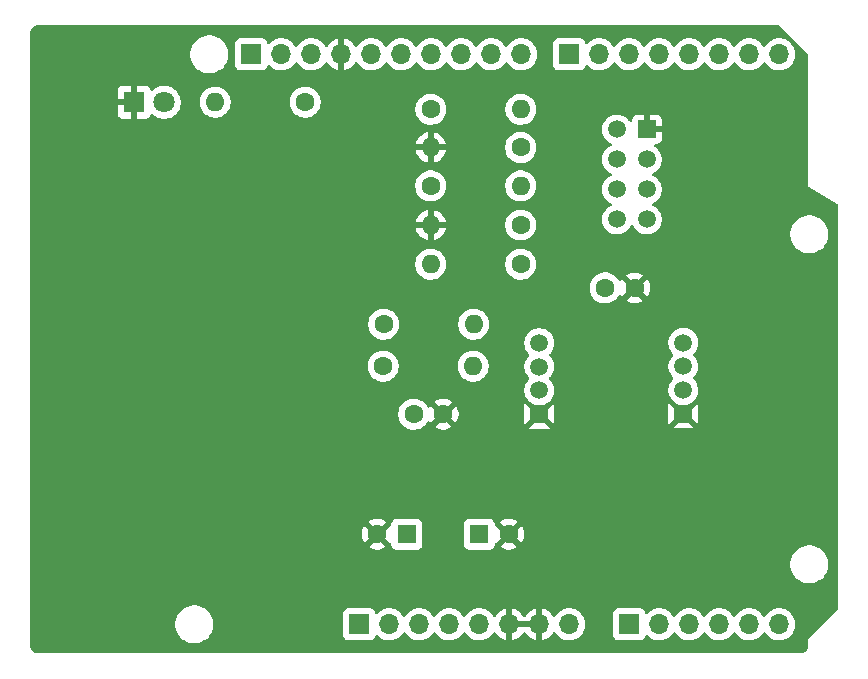
<source format=gbl>
%TF.GenerationSoftware,KiCad,Pcbnew,9.0.0*%
%TF.CreationDate,2025-04-03T14:13:48-04:00*%
%TF.ProjectId,Uno Shield Project,556e6f20-5368-4696-956c-642050726f6a,rev?*%
%TF.SameCoordinates,Original*%
%TF.FileFunction,Copper,L2,Bot*%
%TF.FilePolarity,Positive*%
%FSLAX46Y46*%
G04 Gerber Fmt 4.6, Leading zero omitted, Abs format (unit mm)*
G04 Created by KiCad (PCBNEW 9.0.0) date 2025-04-03 14:13:48*
%MOMM*%
%LPD*%
G01*
G04 APERTURE LIST*
%TA.AperFunction,ComponentPad*%
%ADD10R,1.700000X1.700000*%
%TD*%
%TA.AperFunction,ComponentPad*%
%ADD11O,1.700000X1.700000*%
%TD*%
%TA.AperFunction,ComponentPad*%
%ADD12C,1.600000*%
%TD*%
%TA.AperFunction,ComponentPad*%
%ADD13O,1.600000X1.600000*%
%TD*%
%TA.AperFunction,ComponentPad*%
%ADD14R,1.500000X1.500000*%
%TD*%
%TA.AperFunction,ComponentPad*%
%ADD15C,1.500000*%
%TD*%
%TA.AperFunction,ComponentPad*%
%ADD16R,1.800000X1.800000*%
%TD*%
%TA.AperFunction,ComponentPad*%
%ADD17C,1.800000*%
%TD*%
%TA.AperFunction,ComponentPad*%
%ADD18R,1.600000X1.600000*%
%TD*%
G04 APERTURE END LIST*
D10*
%TO.P,J1,1,Pin_1*%
%TO.N,unconnected-(J1-Pin_1-Pad1)*%
X127940000Y-97460000D03*
D11*
%TO.P,J1,2,Pin_2*%
%TO.N,/IOREF*%
X130480000Y-97460000D03*
%TO.P,J1,3,Pin_3*%
%TO.N,/~{RESET}*%
X133020000Y-97460000D03*
%TO.P,J1,4,Pin_4*%
%TO.N,+3V3*%
X135560000Y-97460000D03*
%TO.P,J1,5,Pin_5*%
%TO.N,+5V*%
X138100000Y-97460000D03*
%TO.P,J1,6,Pin_6*%
%TO.N,GND*%
X140640000Y-97460000D03*
%TO.P,J1,7,Pin_7*%
X143180000Y-97460000D03*
%TO.P,J1,8,Pin_8*%
%TO.N,VCC*%
X145720000Y-97460000D03*
%TD*%
D10*
%TO.P,J3,1,Pin_1*%
%TO.N,/A0*%
X150800000Y-97460000D03*
D11*
%TO.P,J3,2,Pin_2*%
%TO.N,/A1*%
X153340000Y-97460000D03*
%TO.P,J3,3,Pin_3*%
%TO.N,/A2*%
X155880000Y-97460000D03*
%TO.P,J3,4,Pin_4*%
%TO.N,/A3*%
X158420000Y-97460000D03*
%TO.P,J3,5,Pin_5*%
%TO.N,/A4*%
X160960000Y-97460000D03*
%TO.P,J3,6,Pin_6*%
%TO.N,/A5*%
X163500000Y-97460000D03*
%TD*%
D10*
%TO.P,J2,1,Pin_1*%
%TO.N,/SCL{slash}A5*%
X118796000Y-49200000D03*
D11*
%TO.P,J2,2,Pin_2*%
%TO.N,/SDA{slash}A4*%
X121336000Y-49200000D03*
%TO.P,J2,3,Pin_3*%
%TO.N,/AREF*%
X123876000Y-49200000D03*
%TO.P,J2,4,Pin_4*%
%TO.N,GND*%
X126416000Y-49200000D03*
%TO.P,J2,5,Pin_5*%
%TO.N,/13*%
X128956000Y-49200000D03*
%TO.P,J2,6,Pin_6*%
%TO.N,/12*%
X131496000Y-49200000D03*
%TO.P,J2,7,Pin_7*%
%TO.N,/\u002A11*%
X134036000Y-49200000D03*
%TO.P,J2,8,Pin_8*%
%TO.N,/\u002A10*%
X136576000Y-49200000D03*
%TO.P,J2,9,Pin_9*%
%TO.N,/\u002A9*%
X139116000Y-49200000D03*
%TO.P,J2,10,Pin_10*%
%TO.N,/8*%
X141656000Y-49200000D03*
%TD*%
D10*
%TO.P,J4,1,Pin_1*%
%TO.N,/7*%
X145720000Y-49200000D03*
D11*
%TO.P,J4,2,Pin_2*%
%TO.N,/\u002A6*%
X148260000Y-49200000D03*
%TO.P,J4,3,Pin_3*%
%TO.N,/\u002A5*%
X150800000Y-49200000D03*
%TO.P,J4,4,Pin_4*%
%TO.N,/4*%
X153340000Y-49200000D03*
%TO.P,J4,5,Pin_5*%
%TO.N,/\u002A3*%
X155880000Y-49200000D03*
%TO.P,J4,6,Pin_6*%
%TO.N,/2*%
X158420000Y-49200000D03*
%TO.P,J4,7,Pin_7*%
%TO.N,/TX{slash}1*%
X160960000Y-49200000D03*
%TO.P,J4,8,Pin_8*%
%TO.N,/RX{slash}0*%
X163500000Y-49200000D03*
%TD*%
D12*
%TO.P,R4,1*%
%TO.N,Net-(U1-RXD)*%
X141610000Y-57090000D03*
D13*
%TO.P,R4,2*%
%TO.N,GND*%
X133990000Y-57090000D03*
%TD*%
D14*
%TO.P,U1,1,GND*%
%TO.N,GND*%
X152300000Y-55560000D03*
D15*
%TO.P,U1,2,IO2*%
%TO.N,unconnected-(U1-IO2-Pad2)*%
X152300000Y-58100000D03*
%TO.P,U1,3,IO0*%
%TO.N,unconnected-(U1-IO0-Pad3)*%
X152300000Y-60640000D03*
%TO.P,U1,4,RXD*%
%TO.N,Net-(U1-RXD)*%
X152300000Y-63180000D03*
%TO.P,U1,5,TXD*%
%TO.N,/\u002A10*%
X149760000Y-55560000D03*
%TO.P,U1,6,EN*%
%TO.N,unconnected-(U1-EN-Pad6)*%
X149760000Y-58100000D03*
%TO.P,U1,7,~{RST}*%
%TO.N,Net-(U1-~{RST})*%
X149760000Y-60640000D03*
%TO.P,U1,8,VCC*%
%TO.N,+3V3*%
X149760000Y-63180000D03*
%TD*%
D12*
%TO.P,C3,1*%
%TO.N,+3V3*%
X148750000Y-68980000D03*
%TO.P,C3,2*%
%TO.N,GND*%
X151250000Y-68980000D03*
%TD*%
%TO.P,R1,1*%
%TO.N,/\u002A11*%
X134000000Y-53860000D03*
D13*
%TO.P,R1,2*%
%TO.N,Net-(U1-RXD)*%
X141620000Y-53860000D03*
%TD*%
D16*
%TO.P,D3,1,K*%
%TO.N,GND*%
X108885000Y-53264000D03*
D17*
%TO.P,D3,2,A*%
%TO.N,Net-(D3-A)*%
X111425000Y-53264000D03*
%TD*%
D14*
%TO.P,J6,1,1*%
%TO.N,GND*%
X155372000Y-79632000D03*
D15*
%TO.P,J6,2,2*%
%TO.N,+5V*%
X155372000Y-77632000D03*
%TO.P,J6,3,3*%
%TO.N,unconnected-(J6-Pad3)*%
X155372000Y-75632000D03*
%TO.P,J6,4,4*%
%TO.N,/\u002A6*%
X155372000Y-73632000D03*
%TD*%
D14*
%TO.P,J5,1,1*%
%TO.N,GND*%
X143180000Y-79648000D03*
D15*
%TO.P,J5,2,2*%
%TO.N,+5V*%
X143180000Y-77648000D03*
%TO.P,J5,3,3*%
%TO.N,Net-(J5-Pad3)*%
X143180000Y-75648000D03*
%TO.P,J5,4,4*%
%TO.N,Net-(J5-Pad4)*%
X143180000Y-73648000D03*
%TD*%
D12*
%TO.P,R7,1*%
%TO.N,/13*%
X123368000Y-53264000D03*
D13*
%TO.P,R7,2*%
%TO.N,Net-(D3-A)*%
X115748000Y-53264000D03*
%TD*%
D12*
%TO.P,R10,1*%
%TO.N,+5V*%
X129972000Y-75616000D03*
D13*
%TO.P,R10,2*%
%TO.N,Net-(J5-Pad3)*%
X137592000Y-75616000D03*
%TD*%
D12*
%TO.P,C4,1*%
%TO.N,+5V*%
X132552000Y-79680000D03*
%TO.P,C4,2*%
%TO.N,GND*%
X135052000Y-79680000D03*
%TD*%
D18*
%TO.P,C2,1*%
%TO.N,+3V3*%
X131964000Y-89840000D03*
D12*
%TO.P,C2,2*%
%TO.N,GND*%
X129464000Y-89840000D03*
%TD*%
%TO.P,R2,1*%
%TO.N,Net-(U1-RXD)*%
X141602000Y-66980000D03*
D13*
%TO.P,R2,2*%
%TO.N,+3V3*%
X133982000Y-66980000D03*
%TD*%
D12*
%TO.P,R8,1*%
%TO.N,Net-(U1-~{RST})*%
X141610000Y-63660000D03*
D13*
%TO.P,R8,2*%
%TO.N,GND*%
X133990000Y-63660000D03*
%TD*%
D18*
%TO.P,C1,1*%
%TO.N,+5V*%
X138100000Y-89840000D03*
D12*
%TO.P,C1,2*%
%TO.N,GND*%
X140600000Y-89840000D03*
%TD*%
%TO.P,R9,1*%
%TO.N,+5V*%
X130010000Y-72060000D03*
D13*
%TO.P,R9,2*%
%TO.N,Net-(J5-Pad4)*%
X137630000Y-72060000D03*
%TD*%
D12*
%TO.P,R3,1*%
%TO.N,/\u002A9*%
X133990000Y-60340000D03*
D13*
%TO.P,R3,2*%
%TO.N,Net-(U1-~{RST})*%
X141610000Y-60340000D03*
%TD*%
%TA.AperFunction,Conductor*%
%TO.N,GND*%
G36*
X142714075Y-97267007D02*
G01*
X142680000Y-97394174D01*
X142680000Y-97525826D01*
X142714075Y-97652993D01*
X142746988Y-97710000D01*
X141073012Y-97710000D01*
X141105925Y-97652993D01*
X141140000Y-97525826D01*
X141140000Y-97394174D01*
X141105925Y-97267007D01*
X141073012Y-97210000D01*
X142746988Y-97210000D01*
X142714075Y-97267007D01*
G37*
%TD.AperFunction*%
%TA.AperFunction,Conductor*%
G36*
X163484404Y-46755185D02*
G01*
X163505046Y-46771819D01*
X165928181Y-49194954D01*
X165961666Y-49256277D01*
X165964500Y-49282635D01*
X165964500Y-60370414D01*
X165963112Y-60379742D01*
X165964500Y-60385293D01*
X165964500Y-60391020D01*
X165964597Y-60391253D01*
X165970333Y-60408626D01*
X165970396Y-60408881D01*
X165973804Y-60413481D01*
X165975994Y-60418767D01*
X165982658Y-60425431D01*
X165988115Y-60432796D01*
X165988120Y-60432801D01*
X165988278Y-60433014D01*
X165993185Y-60435958D01*
X165997233Y-60440006D01*
X166005947Y-60443615D01*
X168393708Y-61876272D01*
X168444297Y-61906625D01*
X168491656Y-61957996D01*
X168504500Y-62012954D01*
X168504500Y-96107364D01*
X168484815Y-96174403D01*
X168468181Y-96195045D01*
X165997233Y-98665994D01*
X165975995Y-98687231D01*
X165964500Y-98714982D01*
X165964500Y-99231907D01*
X165963903Y-99244061D01*
X165963903Y-99244062D01*
X165952505Y-99359778D01*
X165947763Y-99383618D01*
X165917832Y-99482290D01*
X165915789Y-99489024D01*
X165906486Y-99511482D01*
X165854561Y-99608627D01*
X165841056Y-99628839D01*
X165771176Y-99713988D01*
X165753988Y-99731176D01*
X165668839Y-99801056D01*
X165648627Y-99814561D01*
X165551482Y-99866486D01*
X165529028Y-99875787D01*
X165487028Y-99888528D01*
X165423618Y-99907763D01*
X165399778Y-99912505D01*
X165291162Y-99923203D01*
X165284060Y-99923903D01*
X165271907Y-99924500D01*
X100768093Y-99924500D01*
X100755939Y-99923903D01*
X100747995Y-99923120D01*
X100640221Y-99912505D01*
X100616381Y-99907763D01*
X100599445Y-99902625D01*
X100510968Y-99875786D01*
X100488517Y-99866486D01*
X100391372Y-99814561D01*
X100371160Y-99801056D01*
X100286011Y-99731176D01*
X100268823Y-99713988D01*
X100198943Y-99628839D01*
X100185438Y-99608627D01*
X100133510Y-99511476D01*
X100124215Y-99489037D01*
X100092234Y-99383612D01*
X100087494Y-99359777D01*
X100076097Y-99244061D01*
X100075500Y-99231907D01*
X100075500Y-97334038D01*
X112369500Y-97334038D01*
X112369500Y-97585961D01*
X112408910Y-97834785D01*
X112486760Y-98074383D01*
X112601132Y-98298848D01*
X112749201Y-98502649D01*
X112749205Y-98502654D01*
X112927345Y-98680794D01*
X112927350Y-98680798D01*
X113037587Y-98760889D01*
X113131155Y-98828870D01*
X113274184Y-98901747D01*
X113355616Y-98943239D01*
X113355618Y-98943239D01*
X113355621Y-98943241D01*
X113595215Y-99021090D01*
X113844038Y-99060500D01*
X113844039Y-99060500D01*
X114095961Y-99060500D01*
X114095962Y-99060500D01*
X114344785Y-99021090D01*
X114584379Y-98943241D01*
X114808845Y-98828870D01*
X115012656Y-98680793D01*
X115190793Y-98502656D01*
X115338870Y-98298845D01*
X115453241Y-98074379D01*
X115531090Y-97834785D01*
X115570500Y-97585962D01*
X115570500Y-97334038D01*
X115531090Y-97085215D01*
X115453241Y-96845621D01*
X115453239Y-96845618D01*
X115453239Y-96845616D01*
X115403498Y-96747994D01*
X115338870Y-96621155D01*
X115295416Y-96561345D01*
X126581500Y-96561345D01*
X126581500Y-98358654D01*
X126588011Y-98419202D01*
X126588011Y-98419204D01*
X126619138Y-98502656D01*
X126639111Y-98556204D01*
X126726739Y-98673261D01*
X126843796Y-98760889D01*
X126980799Y-98811989D01*
X127008050Y-98814918D01*
X127041345Y-98818499D01*
X127041362Y-98818500D01*
X128838638Y-98818500D01*
X128838654Y-98818499D01*
X128865692Y-98815591D01*
X128899201Y-98811989D01*
X129036204Y-98760889D01*
X129153261Y-98673261D01*
X129240889Y-98556204D01*
X129285957Y-98435371D01*
X129327827Y-98379442D01*
X129393291Y-98355025D01*
X129461564Y-98369877D01*
X129489818Y-98391028D01*
X129594996Y-98496206D01*
X129767991Y-98621894D01*
X129854542Y-98665994D01*
X129958516Y-98718972D01*
X129958519Y-98718973D01*
X130060200Y-98752010D01*
X130161884Y-98785049D01*
X130373084Y-98818500D01*
X130373085Y-98818500D01*
X130586915Y-98818500D01*
X130586916Y-98818500D01*
X130798116Y-98785049D01*
X131001483Y-98718972D01*
X131192009Y-98621894D01*
X131365004Y-98496206D01*
X131516206Y-98345004D01*
X131641894Y-98172009D01*
X131641896Y-98172004D01*
X131644270Y-98168132D01*
X131696080Y-98121254D01*
X131765009Y-98109829D01*
X131829173Y-98137483D01*
X131855730Y-98168132D01*
X131858103Y-98172005D01*
X131858105Y-98172008D01*
X131858106Y-98172009D01*
X131983794Y-98345004D01*
X132134996Y-98496206D01*
X132307991Y-98621894D01*
X132394542Y-98665994D01*
X132498516Y-98718972D01*
X132498519Y-98718973D01*
X132600200Y-98752010D01*
X132701884Y-98785049D01*
X132913084Y-98818500D01*
X132913085Y-98818500D01*
X133126915Y-98818500D01*
X133126916Y-98818500D01*
X133338116Y-98785049D01*
X133541483Y-98718972D01*
X133732009Y-98621894D01*
X133905004Y-98496206D01*
X134056206Y-98345004D01*
X134181894Y-98172009D01*
X134181896Y-98172004D01*
X134184270Y-98168132D01*
X134236080Y-98121254D01*
X134305009Y-98109829D01*
X134369173Y-98137483D01*
X134395730Y-98168132D01*
X134398103Y-98172005D01*
X134398105Y-98172008D01*
X134398106Y-98172009D01*
X134523794Y-98345004D01*
X134674996Y-98496206D01*
X134847991Y-98621894D01*
X134934542Y-98665994D01*
X135038516Y-98718972D01*
X135038519Y-98718973D01*
X135140200Y-98752010D01*
X135241884Y-98785049D01*
X135453084Y-98818500D01*
X135453085Y-98818500D01*
X135666915Y-98818500D01*
X135666916Y-98818500D01*
X135878116Y-98785049D01*
X136081483Y-98718972D01*
X136272009Y-98621894D01*
X136445004Y-98496206D01*
X136596206Y-98345004D01*
X136721894Y-98172009D01*
X136721896Y-98172004D01*
X136724270Y-98168132D01*
X136776080Y-98121254D01*
X136845009Y-98109829D01*
X136909173Y-98137483D01*
X136935730Y-98168132D01*
X136938103Y-98172005D01*
X136938105Y-98172008D01*
X136938106Y-98172009D01*
X137063794Y-98345004D01*
X137214996Y-98496206D01*
X137387991Y-98621894D01*
X137474542Y-98665994D01*
X137578516Y-98718972D01*
X137578519Y-98718973D01*
X137680200Y-98752010D01*
X137781884Y-98785049D01*
X137993084Y-98818500D01*
X137993085Y-98818500D01*
X138206915Y-98818500D01*
X138206916Y-98818500D01*
X138418116Y-98785049D01*
X138621483Y-98718972D01*
X138812009Y-98621894D01*
X138985004Y-98496206D01*
X139136206Y-98345004D01*
X139261894Y-98172009D01*
X139264283Y-98167319D01*
X139312254Y-98116522D01*
X139380074Y-98099724D01*
X139446210Y-98122258D01*
X139482201Y-98163788D01*
X139482832Y-98163402D01*
X139485164Y-98167207D01*
X139485251Y-98167308D01*
X139485376Y-98167554D01*
X139610272Y-98339459D01*
X139610276Y-98339464D01*
X139760535Y-98489723D01*
X139760540Y-98489727D01*
X139932442Y-98614620D01*
X140121782Y-98711095D01*
X140323871Y-98776757D01*
X140390000Y-98787231D01*
X140390000Y-97893012D01*
X140447007Y-97925925D01*
X140574174Y-97960000D01*
X140705826Y-97960000D01*
X140832993Y-97925925D01*
X140890000Y-97893012D01*
X140890000Y-98787230D01*
X140956126Y-98776757D01*
X140956129Y-98776757D01*
X141158217Y-98711095D01*
X141347557Y-98614620D01*
X141519459Y-98489727D01*
X141519464Y-98489723D01*
X141669723Y-98339464D01*
X141669727Y-98339459D01*
X141794620Y-98167558D01*
X141799514Y-98157954D01*
X141847488Y-98107157D01*
X141915308Y-98090361D01*
X141981444Y-98112897D01*
X142020486Y-98157954D01*
X142025379Y-98167558D01*
X142150272Y-98339459D01*
X142150276Y-98339464D01*
X142300535Y-98489723D01*
X142300540Y-98489727D01*
X142472442Y-98614620D01*
X142661782Y-98711095D01*
X142863871Y-98776757D01*
X142930000Y-98787231D01*
X142930000Y-97893012D01*
X142987007Y-97925925D01*
X143114174Y-97960000D01*
X143245826Y-97960000D01*
X143372993Y-97925925D01*
X143430000Y-97893012D01*
X143430000Y-98787230D01*
X143496126Y-98776757D01*
X143496129Y-98776757D01*
X143698217Y-98711095D01*
X143887557Y-98614620D01*
X144059459Y-98489727D01*
X144059464Y-98489723D01*
X144209723Y-98339464D01*
X144209727Y-98339459D01*
X144334619Y-98167560D01*
X144334738Y-98167327D01*
X144334808Y-98167252D01*
X144337168Y-98163402D01*
X144337976Y-98163897D01*
X144382707Y-98116526D01*
X144450526Y-98099723D01*
X144516663Y-98122254D01*
X144555712Y-98167311D01*
X144558105Y-98172008D01*
X144600002Y-98229674D01*
X144683794Y-98345004D01*
X144834996Y-98496206D01*
X145007991Y-98621894D01*
X145094542Y-98665994D01*
X145198516Y-98718972D01*
X145198519Y-98718973D01*
X145300200Y-98752010D01*
X145401884Y-98785049D01*
X145613084Y-98818500D01*
X145613085Y-98818500D01*
X145826915Y-98818500D01*
X145826916Y-98818500D01*
X146038116Y-98785049D01*
X146241483Y-98718972D01*
X146432009Y-98621894D01*
X146605004Y-98496206D01*
X146756206Y-98345004D01*
X146881894Y-98172009D01*
X146978972Y-97981483D01*
X147045049Y-97778116D01*
X147078500Y-97566916D01*
X147078500Y-97353084D01*
X147045049Y-97141884D01*
X146978972Y-96938517D01*
X146978972Y-96938516D01*
X146931639Y-96845621D01*
X146881894Y-96747991D01*
X146756206Y-96574996D01*
X146742555Y-96561345D01*
X149441500Y-96561345D01*
X149441500Y-98358654D01*
X149448011Y-98419202D01*
X149448011Y-98419204D01*
X149479138Y-98502656D01*
X149499111Y-98556204D01*
X149586739Y-98673261D01*
X149703796Y-98760889D01*
X149840799Y-98811989D01*
X149868050Y-98814918D01*
X149901345Y-98818499D01*
X149901362Y-98818500D01*
X151698638Y-98818500D01*
X151698654Y-98818499D01*
X151725692Y-98815591D01*
X151759201Y-98811989D01*
X151896204Y-98760889D01*
X152013261Y-98673261D01*
X152100889Y-98556204D01*
X152145957Y-98435371D01*
X152187827Y-98379442D01*
X152253291Y-98355025D01*
X152321564Y-98369877D01*
X152349818Y-98391028D01*
X152454996Y-98496206D01*
X152627991Y-98621894D01*
X152714542Y-98665994D01*
X152818516Y-98718972D01*
X152818519Y-98718973D01*
X152920200Y-98752010D01*
X153021884Y-98785049D01*
X153233084Y-98818500D01*
X153233085Y-98818500D01*
X153446915Y-98818500D01*
X153446916Y-98818500D01*
X153658116Y-98785049D01*
X153861483Y-98718972D01*
X154052009Y-98621894D01*
X154225004Y-98496206D01*
X154376206Y-98345004D01*
X154501894Y-98172009D01*
X154501896Y-98172004D01*
X154504270Y-98168132D01*
X154556080Y-98121254D01*
X154625009Y-98109829D01*
X154689173Y-98137483D01*
X154715730Y-98168132D01*
X154718103Y-98172005D01*
X154718105Y-98172008D01*
X154718106Y-98172009D01*
X154843794Y-98345004D01*
X154994996Y-98496206D01*
X155167991Y-98621894D01*
X155254542Y-98665994D01*
X155358516Y-98718972D01*
X155358519Y-98718973D01*
X155460200Y-98752010D01*
X155561884Y-98785049D01*
X155773084Y-98818500D01*
X155773085Y-98818500D01*
X155986915Y-98818500D01*
X155986916Y-98818500D01*
X156198116Y-98785049D01*
X156401483Y-98718972D01*
X156592009Y-98621894D01*
X156765004Y-98496206D01*
X156916206Y-98345004D01*
X157041894Y-98172009D01*
X157041896Y-98172004D01*
X157044270Y-98168132D01*
X157096080Y-98121254D01*
X157165009Y-98109829D01*
X157229173Y-98137483D01*
X157255730Y-98168132D01*
X157258103Y-98172005D01*
X157258105Y-98172008D01*
X157258106Y-98172009D01*
X157383794Y-98345004D01*
X157534996Y-98496206D01*
X157707991Y-98621894D01*
X157794542Y-98665994D01*
X157898516Y-98718972D01*
X157898519Y-98718973D01*
X158000200Y-98752010D01*
X158101884Y-98785049D01*
X158313084Y-98818500D01*
X158313085Y-98818500D01*
X158526915Y-98818500D01*
X158526916Y-98818500D01*
X158738116Y-98785049D01*
X158941483Y-98718972D01*
X159132009Y-98621894D01*
X159305004Y-98496206D01*
X159456206Y-98345004D01*
X159581894Y-98172009D01*
X159581896Y-98172004D01*
X159584270Y-98168132D01*
X159636080Y-98121254D01*
X159705009Y-98109829D01*
X159769173Y-98137483D01*
X159795730Y-98168132D01*
X159798103Y-98172005D01*
X159798105Y-98172008D01*
X159798106Y-98172009D01*
X159923794Y-98345004D01*
X160074996Y-98496206D01*
X160247991Y-98621894D01*
X160334542Y-98665994D01*
X160438516Y-98718972D01*
X160438519Y-98718973D01*
X160540200Y-98752010D01*
X160641884Y-98785049D01*
X160853084Y-98818500D01*
X160853085Y-98818500D01*
X161066915Y-98818500D01*
X161066916Y-98818500D01*
X161278116Y-98785049D01*
X161481483Y-98718972D01*
X161672009Y-98621894D01*
X161845004Y-98496206D01*
X161996206Y-98345004D01*
X162121894Y-98172009D01*
X162121896Y-98172004D01*
X162124270Y-98168132D01*
X162176080Y-98121254D01*
X162245009Y-98109829D01*
X162309173Y-98137483D01*
X162335730Y-98168132D01*
X162338103Y-98172005D01*
X162338105Y-98172008D01*
X162338106Y-98172009D01*
X162463794Y-98345004D01*
X162614996Y-98496206D01*
X162787991Y-98621894D01*
X162874542Y-98665994D01*
X162978516Y-98718972D01*
X162978519Y-98718973D01*
X163080200Y-98752010D01*
X163181884Y-98785049D01*
X163393084Y-98818500D01*
X163393085Y-98818500D01*
X163606915Y-98818500D01*
X163606916Y-98818500D01*
X163818116Y-98785049D01*
X164021483Y-98718972D01*
X164212009Y-98621894D01*
X164385004Y-98496206D01*
X164536206Y-98345004D01*
X164661894Y-98172009D01*
X164758972Y-97981483D01*
X164825049Y-97778116D01*
X164858500Y-97566916D01*
X164858500Y-97353084D01*
X164825049Y-97141884D01*
X164758972Y-96938517D01*
X164758972Y-96938516D01*
X164703495Y-96829638D01*
X164661894Y-96747991D01*
X164536206Y-96574996D01*
X164385004Y-96423794D01*
X164212009Y-96298106D01*
X164021483Y-96201027D01*
X164021480Y-96201026D01*
X163818117Y-96134951D01*
X163712516Y-96118225D01*
X163606916Y-96101500D01*
X163393084Y-96101500D01*
X163322684Y-96112650D01*
X163181882Y-96134951D01*
X162978519Y-96201026D01*
X162978516Y-96201027D01*
X162787990Y-96298106D01*
X162614993Y-96423796D01*
X162463796Y-96574993D01*
X162338105Y-96747991D01*
X162335727Y-96751873D01*
X162283914Y-96798748D01*
X162214984Y-96810169D01*
X162150822Y-96782512D01*
X162124273Y-96751873D01*
X162121894Y-96747991D01*
X162121891Y-96747987D01*
X161996206Y-96574996D01*
X161845004Y-96423794D01*
X161672009Y-96298106D01*
X161481483Y-96201027D01*
X161481480Y-96201026D01*
X161278117Y-96134951D01*
X161172516Y-96118225D01*
X161066916Y-96101500D01*
X160853084Y-96101500D01*
X160782684Y-96112650D01*
X160641882Y-96134951D01*
X160438519Y-96201026D01*
X160438516Y-96201027D01*
X160247990Y-96298106D01*
X160074993Y-96423796D01*
X159923796Y-96574993D01*
X159798105Y-96747991D01*
X159795727Y-96751873D01*
X159743914Y-96798748D01*
X159674984Y-96810169D01*
X159610822Y-96782512D01*
X159584273Y-96751873D01*
X159581894Y-96747991D01*
X159581891Y-96747987D01*
X159456206Y-96574996D01*
X159305004Y-96423794D01*
X159132009Y-96298106D01*
X158941483Y-96201027D01*
X158941480Y-96201026D01*
X158738117Y-96134951D01*
X158632516Y-96118225D01*
X158526916Y-96101500D01*
X158313084Y-96101500D01*
X158242684Y-96112650D01*
X158101882Y-96134951D01*
X157898519Y-96201026D01*
X157898516Y-96201027D01*
X157707990Y-96298106D01*
X157534993Y-96423796D01*
X157383796Y-96574993D01*
X157258105Y-96747991D01*
X157255727Y-96751873D01*
X157203914Y-96798748D01*
X157134984Y-96810169D01*
X157070822Y-96782512D01*
X157044273Y-96751873D01*
X157041894Y-96747991D01*
X157041891Y-96747987D01*
X156916206Y-96574996D01*
X156765004Y-96423794D01*
X156592009Y-96298106D01*
X156401483Y-96201027D01*
X156401480Y-96201026D01*
X156198117Y-96134951D01*
X156092516Y-96118225D01*
X155986916Y-96101500D01*
X155773084Y-96101500D01*
X155702684Y-96112650D01*
X155561882Y-96134951D01*
X155358519Y-96201026D01*
X155358516Y-96201027D01*
X155167990Y-96298106D01*
X154994993Y-96423796D01*
X154843796Y-96574993D01*
X154718105Y-96747991D01*
X154715727Y-96751873D01*
X154663914Y-96798748D01*
X154594984Y-96810169D01*
X154530822Y-96782512D01*
X154504273Y-96751873D01*
X154501894Y-96747991D01*
X154501891Y-96747987D01*
X154376206Y-96574996D01*
X154225004Y-96423794D01*
X154052009Y-96298106D01*
X153861483Y-96201027D01*
X153861480Y-96201026D01*
X153658117Y-96134951D01*
X153552516Y-96118225D01*
X153446916Y-96101500D01*
X153233084Y-96101500D01*
X153162684Y-96112650D01*
X153021882Y-96134951D01*
X152818519Y-96201026D01*
X152818516Y-96201027D01*
X152627990Y-96298106D01*
X152454997Y-96423793D01*
X152349818Y-96528972D01*
X152288495Y-96562456D01*
X152218803Y-96557472D01*
X152162870Y-96515600D01*
X152145958Y-96484629D01*
X152100889Y-96363796D01*
X152013261Y-96246739D01*
X151896204Y-96159111D01*
X151895172Y-96158726D01*
X151759203Y-96108011D01*
X151698654Y-96101500D01*
X151698638Y-96101500D01*
X149901362Y-96101500D01*
X149901345Y-96101500D01*
X149840797Y-96108011D01*
X149840795Y-96108011D01*
X149703795Y-96159111D01*
X149586739Y-96246739D01*
X149499111Y-96363795D01*
X149448011Y-96500795D01*
X149448011Y-96500797D01*
X149441500Y-96561345D01*
X146742555Y-96561345D01*
X146605004Y-96423794D01*
X146432009Y-96298106D01*
X146241483Y-96201027D01*
X146241480Y-96201026D01*
X146038117Y-96134951D01*
X145932516Y-96118225D01*
X145826916Y-96101500D01*
X145613084Y-96101500D01*
X145542684Y-96112650D01*
X145401882Y-96134951D01*
X145198519Y-96201026D01*
X145198516Y-96201027D01*
X145007990Y-96298106D01*
X144834993Y-96423796D01*
X144683796Y-96574993D01*
X144558103Y-96747994D01*
X144555709Y-96752693D01*
X144507731Y-96803485D01*
X144439908Y-96820275D01*
X144373775Y-96797732D01*
X144337800Y-96756210D01*
X144337168Y-96756598D01*
X144334829Y-96752781D01*
X144334743Y-96752682D01*
X144334620Y-96752441D01*
X144209727Y-96580540D01*
X144209723Y-96580535D01*
X144059464Y-96430276D01*
X144059459Y-96430272D01*
X143887557Y-96305379D01*
X143698215Y-96208903D01*
X143496124Y-96143241D01*
X143430000Y-96132768D01*
X143430000Y-97026988D01*
X143372993Y-96994075D01*
X143245826Y-96960000D01*
X143114174Y-96960000D01*
X142987007Y-96994075D01*
X142930000Y-97026988D01*
X142930000Y-96132768D01*
X142929999Y-96132768D01*
X142863875Y-96143241D01*
X142661784Y-96208903D01*
X142472442Y-96305379D01*
X142300540Y-96430272D01*
X142300535Y-96430276D01*
X142150276Y-96580535D01*
X142150272Y-96580540D01*
X142025377Y-96752444D01*
X142020484Y-96762048D01*
X141972509Y-96812844D01*
X141904688Y-96829638D01*
X141838553Y-96807100D01*
X141799516Y-96762048D01*
X141794622Y-96752444D01*
X141669727Y-96580540D01*
X141669723Y-96580535D01*
X141519464Y-96430276D01*
X141519459Y-96430272D01*
X141347557Y-96305379D01*
X141158215Y-96208903D01*
X140956124Y-96143241D01*
X140890000Y-96132768D01*
X140890000Y-97026988D01*
X140832993Y-96994075D01*
X140705826Y-96960000D01*
X140574174Y-96960000D01*
X140447007Y-96994075D01*
X140390000Y-97026988D01*
X140390000Y-96132768D01*
X140389999Y-96132768D01*
X140323875Y-96143241D01*
X140121784Y-96208903D01*
X139932442Y-96305379D01*
X139760540Y-96430272D01*
X139760535Y-96430276D01*
X139610276Y-96580535D01*
X139610272Y-96580540D01*
X139485376Y-96752446D01*
X139485374Y-96752448D01*
X139485246Y-96752701D01*
X139485172Y-96752779D01*
X139482832Y-96756598D01*
X139482029Y-96756106D01*
X139437264Y-96803489D01*
X139369441Y-96820274D01*
X139303309Y-96797727D01*
X139264285Y-96752683D01*
X139261895Y-96747992D01*
X139230472Y-96704742D01*
X139136206Y-96574996D01*
X138985004Y-96423794D01*
X138812009Y-96298106D01*
X138621483Y-96201027D01*
X138621480Y-96201026D01*
X138418117Y-96134951D01*
X138312516Y-96118225D01*
X138206916Y-96101500D01*
X137993084Y-96101500D01*
X137922684Y-96112650D01*
X137781882Y-96134951D01*
X137578519Y-96201026D01*
X137578516Y-96201027D01*
X137387990Y-96298106D01*
X137214993Y-96423796D01*
X137063796Y-96574993D01*
X136938105Y-96747991D01*
X136935727Y-96751873D01*
X136883914Y-96798748D01*
X136814984Y-96810169D01*
X136750822Y-96782512D01*
X136724273Y-96751873D01*
X136721894Y-96747991D01*
X136721891Y-96747987D01*
X136596206Y-96574996D01*
X136445004Y-96423794D01*
X136272009Y-96298106D01*
X136081483Y-96201027D01*
X136081480Y-96201026D01*
X135878117Y-96134951D01*
X135772516Y-96118225D01*
X135666916Y-96101500D01*
X135453084Y-96101500D01*
X135382684Y-96112650D01*
X135241882Y-96134951D01*
X135038519Y-96201026D01*
X135038516Y-96201027D01*
X134847990Y-96298106D01*
X134674993Y-96423796D01*
X134523796Y-96574993D01*
X134398105Y-96747991D01*
X134395727Y-96751873D01*
X134343914Y-96798748D01*
X134274984Y-96810169D01*
X134210822Y-96782512D01*
X134184273Y-96751873D01*
X134181894Y-96747991D01*
X134181891Y-96747987D01*
X134056206Y-96574996D01*
X133905004Y-96423794D01*
X133732009Y-96298106D01*
X133541483Y-96201027D01*
X133541480Y-96201026D01*
X133338117Y-96134951D01*
X133232516Y-96118225D01*
X133126916Y-96101500D01*
X132913084Y-96101500D01*
X132842684Y-96112650D01*
X132701882Y-96134951D01*
X132498519Y-96201026D01*
X132498516Y-96201027D01*
X132307990Y-96298106D01*
X132134993Y-96423796D01*
X131983796Y-96574993D01*
X131858105Y-96747991D01*
X131855727Y-96751873D01*
X131803914Y-96798748D01*
X131734984Y-96810169D01*
X131670822Y-96782512D01*
X131644273Y-96751873D01*
X131641894Y-96747991D01*
X131641891Y-96747987D01*
X131516206Y-96574996D01*
X131365004Y-96423794D01*
X131192009Y-96298106D01*
X131001483Y-96201027D01*
X131001480Y-96201026D01*
X130798117Y-96134951D01*
X130692516Y-96118225D01*
X130586916Y-96101500D01*
X130373084Y-96101500D01*
X130302684Y-96112650D01*
X130161882Y-96134951D01*
X129958519Y-96201026D01*
X129958516Y-96201027D01*
X129767990Y-96298106D01*
X129594997Y-96423793D01*
X129489818Y-96528972D01*
X129428495Y-96562456D01*
X129358803Y-96557472D01*
X129302870Y-96515600D01*
X129285958Y-96484629D01*
X129240889Y-96363796D01*
X129153261Y-96246739D01*
X129036204Y-96159111D01*
X129035172Y-96158726D01*
X128899203Y-96108011D01*
X128838654Y-96101500D01*
X128838638Y-96101500D01*
X127041362Y-96101500D01*
X127041345Y-96101500D01*
X126980797Y-96108011D01*
X126980795Y-96108011D01*
X126843795Y-96159111D01*
X126726739Y-96246739D01*
X126639111Y-96363795D01*
X126588011Y-96500795D01*
X126588011Y-96500797D01*
X126581500Y-96561345D01*
X115295416Y-96561345D01*
X115292602Y-96557472D01*
X115190798Y-96417350D01*
X115190794Y-96417345D01*
X115012654Y-96239205D01*
X115012649Y-96239201D01*
X114808848Y-96091132D01*
X114808847Y-96091131D01*
X114808845Y-96091130D01*
X114738747Y-96055413D01*
X114584383Y-95976760D01*
X114344785Y-95898910D01*
X114095962Y-95859500D01*
X113844038Y-95859500D01*
X113719626Y-95879205D01*
X113595214Y-95898910D01*
X113355616Y-95976760D01*
X113131151Y-96091132D01*
X112927350Y-96239201D01*
X112927345Y-96239205D01*
X112749205Y-96417345D01*
X112749201Y-96417350D01*
X112601132Y-96621151D01*
X112486760Y-96845616D01*
X112408910Y-97085214D01*
X112369500Y-97334038D01*
X100075500Y-97334038D01*
X100075500Y-92254038D01*
X164439500Y-92254038D01*
X164439500Y-92505961D01*
X164478910Y-92754785D01*
X164556760Y-92994383D01*
X164671132Y-93218848D01*
X164819201Y-93422649D01*
X164819205Y-93422654D01*
X164997345Y-93600794D01*
X164997350Y-93600798D01*
X165175117Y-93729952D01*
X165201155Y-93748870D01*
X165344184Y-93821747D01*
X165425616Y-93863239D01*
X165425618Y-93863239D01*
X165425621Y-93863241D01*
X165665215Y-93941090D01*
X165914038Y-93980500D01*
X165914039Y-93980500D01*
X166165961Y-93980500D01*
X166165962Y-93980500D01*
X166414785Y-93941090D01*
X166654379Y-93863241D01*
X166878845Y-93748870D01*
X167082656Y-93600793D01*
X167260793Y-93422656D01*
X167408870Y-93218845D01*
X167523241Y-92994379D01*
X167601090Y-92754785D01*
X167640500Y-92505962D01*
X167640500Y-92254038D01*
X167601090Y-92005215D01*
X167523241Y-91765621D01*
X167523239Y-91765618D01*
X167523239Y-91765616D01*
X167481747Y-91684184D01*
X167408870Y-91541155D01*
X167389952Y-91515117D01*
X167260798Y-91337350D01*
X167260794Y-91337345D01*
X167082654Y-91159205D01*
X167082649Y-91159201D01*
X166878848Y-91011132D01*
X166878847Y-91011131D01*
X166878845Y-91011130D01*
X166808747Y-90975413D01*
X166654383Y-90896760D01*
X166414785Y-90818910D01*
X166165962Y-90779500D01*
X165914038Y-90779500D01*
X165789626Y-90799205D01*
X165665214Y-90818910D01*
X165425616Y-90896760D01*
X165201151Y-91011132D01*
X164997350Y-91159201D01*
X164997345Y-91159205D01*
X164819205Y-91337345D01*
X164819201Y-91337350D01*
X164671132Y-91541151D01*
X164556760Y-91765616D01*
X164478910Y-92005214D01*
X164439500Y-92254038D01*
X100075500Y-92254038D01*
X100075500Y-89737682D01*
X128164000Y-89737682D01*
X128164000Y-89942317D01*
X128196009Y-90144417D01*
X128259244Y-90339031D01*
X128352141Y-90521350D01*
X128352147Y-90521359D01*
X128384523Y-90565921D01*
X128384524Y-90565922D01*
X129064000Y-89886446D01*
X129064000Y-89892661D01*
X129091259Y-89994394D01*
X129143920Y-90085606D01*
X129218394Y-90160080D01*
X129309606Y-90212741D01*
X129411339Y-90240000D01*
X129417553Y-90240000D01*
X128738076Y-90919474D01*
X128782650Y-90951859D01*
X128964968Y-91044755D01*
X129159582Y-91107990D01*
X129361683Y-91140000D01*
X129566317Y-91140000D01*
X129768417Y-91107990D01*
X129963031Y-91044755D01*
X130145349Y-90951859D01*
X130189921Y-90919474D01*
X129510447Y-90240000D01*
X129516661Y-90240000D01*
X129618394Y-90212741D01*
X129709606Y-90160080D01*
X129784080Y-90085606D01*
X129836741Y-89994394D01*
X129864000Y-89892661D01*
X129864000Y-89886447D01*
X130551407Y-90573855D01*
X130590148Y-90581994D01*
X130639905Y-90631046D01*
X130653985Y-90685402D01*
X130655040Y-90685346D01*
X130655144Y-90685335D01*
X130655144Y-90685340D01*
X130655323Y-90685331D01*
X130655500Y-90688654D01*
X130662011Y-90749202D01*
X130662011Y-90749204D01*
X130713111Y-90886203D01*
X130713111Y-90886204D01*
X130800739Y-91003261D01*
X130917796Y-91090889D01*
X131054799Y-91141989D01*
X131082050Y-91144918D01*
X131115345Y-91148499D01*
X131115362Y-91148500D01*
X132812638Y-91148500D01*
X132812654Y-91148499D01*
X132839692Y-91145591D01*
X132873201Y-91141989D01*
X133010204Y-91090889D01*
X133127261Y-91003261D01*
X133214889Y-90886204D01*
X133265989Y-90749201D01*
X133269591Y-90715692D01*
X133272499Y-90688654D01*
X133272500Y-90688637D01*
X133272500Y-88991362D01*
X133272499Y-88991345D01*
X136791500Y-88991345D01*
X136791500Y-90688654D01*
X136798011Y-90749202D01*
X136798011Y-90749204D01*
X136849111Y-90886203D01*
X136849111Y-90886204D01*
X136936739Y-91003261D01*
X137053796Y-91090889D01*
X137190799Y-91141989D01*
X137218050Y-91144918D01*
X137251345Y-91148499D01*
X137251362Y-91148500D01*
X138948638Y-91148500D01*
X138948654Y-91148499D01*
X138975692Y-91145591D01*
X139009201Y-91141989D01*
X139146204Y-91090889D01*
X139263261Y-91003261D01*
X139350889Y-90886204D01*
X139401989Y-90749201D01*
X139408500Y-90688638D01*
X139408500Y-90676374D01*
X139412018Y-90661922D01*
X139422363Y-90644034D01*
X139428185Y-90624209D01*
X139439500Y-90614404D01*
X139446999Y-90601439D01*
X139465375Y-90591983D01*
X139480989Y-90578454D01*
X139497255Y-90575578D01*
X139509126Y-90569471D01*
X139516286Y-90570160D01*
X140200000Y-89886446D01*
X140200000Y-89892661D01*
X140227259Y-89994394D01*
X140279920Y-90085606D01*
X140354394Y-90160080D01*
X140445606Y-90212741D01*
X140547339Y-90240000D01*
X140553553Y-90240000D01*
X139874076Y-90919474D01*
X139918650Y-90951859D01*
X140100968Y-91044755D01*
X140295582Y-91107990D01*
X140497683Y-91140000D01*
X140702317Y-91140000D01*
X140904417Y-91107990D01*
X141099031Y-91044755D01*
X141281349Y-90951859D01*
X141325921Y-90919474D01*
X140646447Y-90240000D01*
X140652661Y-90240000D01*
X140754394Y-90212741D01*
X140845606Y-90160080D01*
X140920080Y-90085606D01*
X140972741Y-89994394D01*
X141000000Y-89892661D01*
X141000000Y-89886448D01*
X141679474Y-90565922D01*
X141679474Y-90565921D01*
X141711859Y-90521349D01*
X141804755Y-90339031D01*
X141867990Y-90144417D01*
X141900000Y-89942317D01*
X141900000Y-89737682D01*
X141867990Y-89535582D01*
X141804755Y-89340968D01*
X141711859Y-89158650D01*
X141679474Y-89114077D01*
X141679474Y-89114076D01*
X141000000Y-89793551D01*
X141000000Y-89787339D01*
X140972741Y-89685606D01*
X140920080Y-89594394D01*
X140845606Y-89519920D01*
X140754394Y-89467259D01*
X140652661Y-89440000D01*
X140646446Y-89440000D01*
X141325922Y-88760524D01*
X141325921Y-88760523D01*
X141281359Y-88728147D01*
X141281350Y-88728141D01*
X141099031Y-88635244D01*
X140904417Y-88572009D01*
X140702317Y-88540000D01*
X140497683Y-88540000D01*
X140295582Y-88572009D01*
X140100968Y-88635244D01*
X139918644Y-88728143D01*
X139874077Y-88760523D01*
X139874077Y-88760524D01*
X140553554Y-89440000D01*
X140547339Y-89440000D01*
X140445606Y-89467259D01*
X140354394Y-89519920D01*
X140279920Y-89594394D01*
X140227259Y-89685606D01*
X140200000Y-89787339D01*
X140200000Y-89793553D01*
X139512589Y-89106142D01*
X139473852Y-89098005D01*
X139424095Y-89048954D01*
X139412018Y-89018078D01*
X139408500Y-89003625D01*
X139408500Y-88991362D01*
X139401989Y-88930799D01*
X139350889Y-88793796D01*
X139263261Y-88676739D01*
X139146204Y-88589111D01*
X139009203Y-88538011D01*
X138948654Y-88531500D01*
X138948638Y-88531500D01*
X137251362Y-88531500D01*
X137251345Y-88531500D01*
X137190797Y-88538011D01*
X137190795Y-88538011D01*
X137053795Y-88589111D01*
X136936739Y-88676739D01*
X136849111Y-88793795D01*
X136798011Y-88930795D01*
X136798011Y-88930797D01*
X136791500Y-88991345D01*
X133272499Y-88991345D01*
X133269157Y-88960270D01*
X133265989Y-88930799D01*
X133214889Y-88793796D01*
X133127261Y-88676739D01*
X133010204Y-88589111D01*
X132873203Y-88538011D01*
X132812654Y-88531500D01*
X132812638Y-88531500D01*
X131115362Y-88531500D01*
X131115345Y-88531500D01*
X131054797Y-88538011D01*
X131054795Y-88538011D01*
X130917795Y-88589111D01*
X130800739Y-88676739D01*
X130713111Y-88793795D01*
X130662011Y-88930795D01*
X130662011Y-88930797D01*
X130655500Y-88991345D01*
X130655323Y-88994669D01*
X130655144Y-88994659D01*
X130655144Y-88994665D01*
X130655040Y-88994653D01*
X130653786Y-88994586D01*
X130635815Y-89055789D01*
X130583011Y-89101544D01*
X130550209Y-89107342D01*
X129864000Y-89793551D01*
X129864000Y-89787339D01*
X129836741Y-89685606D01*
X129784080Y-89594394D01*
X129709606Y-89519920D01*
X129618394Y-89467259D01*
X129516661Y-89440000D01*
X129510446Y-89440000D01*
X130189922Y-88760524D01*
X130189921Y-88760523D01*
X130145359Y-88728147D01*
X130145350Y-88728141D01*
X129963031Y-88635244D01*
X129768417Y-88572009D01*
X129566317Y-88540000D01*
X129361683Y-88540000D01*
X129159582Y-88572009D01*
X128964968Y-88635244D01*
X128782644Y-88728143D01*
X128738077Y-88760523D01*
X128738077Y-88760524D01*
X129417554Y-89440000D01*
X129411339Y-89440000D01*
X129309606Y-89467259D01*
X129218394Y-89519920D01*
X129143920Y-89594394D01*
X129091259Y-89685606D01*
X129064000Y-89787339D01*
X129064000Y-89793553D01*
X128384524Y-89114077D01*
X128384523Y-89114077D01*
X128352143Y-89158644D01*
X128259244Y-89340968D01*
X128196009Y-89535582D01*
X128164000Y-89737682D01*
X100075500Y-89737682D01*
X100075500Y-79577019D01*
X131243500Y-79577019D01*
X131243500Y-79782980D01*
X131275719Y-79986408D01*
X131339367Y-80182294D01*
X131384759Y-80271378D01*
X131430602Y-80361350D01*
X131432873Y-80365806D01*
X131553926Y-80532423D01*
X131553930Y-80532428D01*
X131699571Y-80678069D01*
X131699576Y-80678073D01*
X131811616Y-80759474D01*
X131866197Y-80799129D01*
X131983128Y-80858709D01*
X132049705Y-80892632D01*
X132049707Y-80892632D01*
X132049710Y-80892634D01*
X132154707Y-80926749D01*
X132245591Y-80956280D01*
X132347305Y-80972390D01*
X132449019Y-80988500D01*
X132449020Y-80988500D01*
X132654980Y-80988500D01*
X132654981Y-80988500D01*
X132858408Y-80956280D01*
X133054290Y-80892634D01*
X133237803Y-80799129D01*
X133404430Y-80678068D01*
X133550068Y-80532430D01*
X133671129Y-80365803D01*
X133696284Y-80316432D01*
X133744258Y-80265637D01*
X133812078Y-80248841D01*
X133878214Y-80271378D01*
X133917254Y-80316432D01*
X133940141Y-80361350D01*
X133940147Y-80361359D01*
X133972523Y-80405921D01*
X133972524Y-80405922D01*
X134652000Y-79726446D01*
X134652000Y-79732661D01*
X134679259Y-79834394D01*
X134731920Y-79925606D01*
X134806394Y-80000080D01*
X134897606Y-80052741D01*
X134999339Y-80080000D01*
X135005553Y-80080000D01*
X134326076Y-80759474D01*
X134370650Y-80791859D01*
X134552968Y-80884755D01*
X134747582Y-80947990D01*
X134949683Y-80980000D01*
X135154317Y-80980000D01*
X135356417Y-80947990D01*
X135551031Y-80884755D01*
X135733349Y-80791859D01*
X135777921Y-80759474D01*
X135098447Y-80080000D01*
X135104661Y-80080000D01*
X135206394Y-80052741D01*
X135297606Y-80000080D01*
X135372080Y-79925606D01*
X135424741Y-79834394D01*
X135452000Y-79732661D01*
X135452000Y-79726448D01*
X136131474Y-80405922D01*
X136131474Y-80405921D01*
X136163859Y-80361349D01*
X136256755Y-80179031D01*
X136319990Y-79984417D01*
X136352000Y-79782317D01*
X136352000Y-79577682D01*
X136319990Y-79375582D01*
X136256755Y-79180968D01*
X136163859Y-78998650D01*
X136131474Y-78954077D01*
X136131474Y-78954076D01*
X135452000Y-79633551D01*
X135452000Y-79627339D01*
X135424741Y-79525606D01*
X135372080Y-79434394D01*
X135297606Y-79359920D01*
X135206394Y-79307259D01*
X135104661Y-79280000D01*
X135098446Y-79280000D01*
X135777922Y-78600524D01*
X135777921Y-78600523D01*
X135733359Y-78568147D01*
X135733350Y-78568141D01*
X135551031Y-78475244D01*
X135356417Y-78412009D01*
X135154317Y-78380000D01*
X134949683Y-78380000D01*
X134747582Y-78412009D01*
X134552968Y-78475244D01*
X134370644Y-78568143D01*
X134326077Y-78600523D01*
X134326077Y-78600524D01*
X135005554Y-79280000D01*
X134999339Y-79280000D01*
X134897606Y-79307259D01*
X134806394Y-79359920D01*
X134731920Y-79434394D01*
X134679259Y-79525606D01*
X134652000Y-79627339D01*
X134652000Y-79633553D01*
X133972524Y-78954077D01*
X133972523Y-78954077D01*
X133940143Y-78998645D01*
X133940141Y-78998648D01*
X133917253Y-79043568D01*
X133869278Y-79094364D01*
X133801457Y-79111158D01*
X133735322Y-79088620D01*
X133696284Y-79043567D01*
X133671129Y-78994197D01*
X133671127Y-78994194D01*
X133671126Y-78994192D01*
X133550073Y-78827576D01*
X133550069Y-78827571D01*
X133404428Y-78681930D01*
X133404423Y-78681926D01*
X133237806Y-78560873D01*
X133237805Y-78560872D01*
X133237803Y-78560871D01*
X133180496Y-78531671D01*
X133054294Y-78467367D01*
X132858408Y-78403719D01*
X132682794Y-78375905D01*
X132654981Y-78371500D01*
X132449019Y-78371500D01*
X132424550Y-78375375D01*
X132245591Y-78403719D01*
X132049705Y-78467367D01*
X131866193Y-78560873D01*
X131699576Y-78681926D01*
X131699571Y-78681930D01*
X131553930Y-78827571D01*
X131553926Y-78827576D01*
X131432873Y-78994193D01*
X131339367Y-79177705D01*
X131275719Y-79373591D01*
X131243500Y-79577019D01*
X100075500Y-79577019D01*
X100075500Y-75513019D01*
X128663500Y-75513019D01*
X128663500Y-75718980D01*
X128695719Y-75922408D01*
X128759367Y-76118294D01*
X128823671Y-76244496D01*
X128847671Y-76291598D01*
X128852873Y-76301806D01*
X128973926Y-76468423D01*
X128973930Y-76468428D01*
X129119571Y-76614069D01*
X129119576Y-76614073D01*
X129225918Y-76691334D01*
X129286197Y-76735129D01*
X129403128Y-76794709D01*
X129469705Y-76828632D01*
X129469707Y-76828632D01*
X129469710Y-76828634D01*
X129574707Y-76862749D01*
X129665591Y-76892280D01*
X129767305Y-76908390D01*
X129869019Y-76924500D01*
X129869020Y-76924500D01*
X130074980Y-76924500D01*
X130074981Y-76924500D01*
X130278408Y-76892280D01*
X130474290Y-76828634D01*
X130475262Y-76828139D01*
X130506663Y-76812139D01*
X130657803Y-76735129D01*
X130824430Y-76614068D01*
X130970068Y-76468430D01*
X131091129Y-76301803D01*
X131184634Y-76118290D01*
X131248280Y-75922408D01*
X131280500Y-75718981D01*
X131280500Y-75513019D01*
X136283500Y-75513019D01*
X136283500Y-75718980D01*
X136315719Y-75922408D01*
X136379367Y-76118294D01*
X136443671Y-76244496D01*
X136467671Y-76291598D01*
X136472873Y-76301806D01*
X136593926Y-76468423D01*
X136593930Y-76468428D01*
X136739571Y-76614069D01*
X136739576Y-76614073D01*
X136845918Y-76691334D01*
X136906197Y-76735129D01*
X137023128Y-76794709D01*
X137089705Y-76828632D01*
X137089707Y-76828632D01*
X137089710Y-76828634D01*
X137194707Y-76862749D01*
X137285591Y-76892280D01*
X137387305Y-76908390D01*
X137489019Y-76924500D01*
X137489020Y-76924500D01*
X137694980Y-76924500D01*
X137694981Y-76924500D01*
X137898408Y-76892280D01*
X138094290Y-76828634D01*
X138095262Y-76828139D01*
X138126663Y-76812139D01*
X138277803Y-76735129D01*
X138444430Y-76614068D01*
X138590068Y-76468430D01*
X138711129Y-76301803D01*
X138804634Y-76118290D01*
X138868280Y-75922408D01*
X138900500Y-75718981D01*
X138900500Y-75513019D01*
X138872669Y-75337300D01*
X138868280Y-75309591D01*
X138838749Y-75218707D01*
X138804634Y-75113710D01*
X138804632Y-75113707D01*
X138804632Y-75113705D01*
X138740786Y-74988402D01*
X138711129Y-74930197D01*
X138636980Y-74828139D01*
X138590073Y-74763576D01*
X138590069Y-74763571D01*
X138444428Y-74617930D01*
X138444423Y-74617926D01*
X138277806Y-74496873D01*
X138277805Y-74496872D01*
X138277803Y-74496871D01*
X138220496Y-74467671D01*
X138094294Y-74403367D01*
X137898408Y-74339719D01*
X137722794Y-74311905D01*
X137694981Y-74307500D01*
X137489019Y-74307500D01*
X137464550Y-74311375D01*
X137285591Y-74339719D01*
X137089705Y-74403367D01*
X136906193Y-74496873D01*
X136739576Y-74617926D01*
X136739571Y-74617930D01*
X136593930Y-74763571D01*
X136593926Y-74763576D01*
X136472873Y-74930193D01*
X136379367Y-75113705D01*
X136315719Y-75309591D01*
X136283500Y-75513019D01*
X131280500Y-75513019D01*
X131252669Y-75337300D01*
X131248280Y-75309591D01*
X131218749Y-75218707D01*
X131184634Y-75113710D01*
X131184632Y-75113707D01*
X131184632Y-75113705D01*
X131120786Y-74988402D01*
X131091129Y-74930197D01*
X131016980Y-74828139D01*
X130970073Y-74763576D01*
X130970069Y-74763571D01*
X130824428Y-74617930D01*
X130824423Y-74617926D01*
X130657806Y-74496873D01*
X130657805Y-74496872D01*
X130657803Y-74496871D01*
X130600496Y-74467671D01*
X130474294Y-74403367D01*
X130278408Y-74339719D01*
X130102794Y-74311905D01*
X130074981Y-74307500D01*
X129869019Y-74307500D01*
X129844550Y-74311375D01*
X129665591Y-74339719D01*
X129469705Y-74403367D01*
X129286193Y-74496873D01*
X129119576Y-74617926D01*
X129119571Y-74617930D01*
X128973930Y-74763571D01*
X128973926Y-74763576D01*
X128852873Y-74930193D01*
X128759367Y-75113705D01*
X128695719Y-75309591D01*
X128663500Y-75513019D01*
X100075500Y-75513019D01*
X100075500Y-73548948D01*
X141921500Y-73548948D01*
X141921500Y-73747051D01*
X141952487Y-73942700D01*
X142013703Y-74131101D01*
X142103584Y-74307500D01*
X142103634Y-74307598D01*
X142220070Y-74467858D01*
X142220072Y-74467860D01*
X142312531Y-74560319D01*
X142346016Y-74621642D01*
X142341032Y-74691334D01*
X142312531Y-74735681D01*
X142220072Y-74828139D01*
X142220072Y-74828140D01*
X142220070Y-74828142D01*
X142170065Y-74896967D01*
X142103634Y-74988401D01*
X142013703Y-75164898D01*
X141952487Y-75353299D01*
X141921500Y-75548948D01*
X141921500Y-75747051D01*
X141952487Y-75942700D01*
X142013703Y-76131101D01*
X142100681Y-76301803D01*
X142103634Y-76307598D01*
X142220070Y-76467858D01*
X142220072Y-76467860D01*
X142312531Y-76560319D01*
X142346016Y-76621642D01*
X142341032Y-76691334D01*
X142312531Y-76735681D01*
X142220072Y-76828139D01*
X142220072Y-76828140D01*
X142220070Y-76828142D01*
X142219713Y-76828634D01*
X142103634Y-76988401D01*
X142013703Y-77164898D01*
X141952487Y-77353299D01*
X141921500Y-77548948D01*
X141921500Y-77747051D01*
X141952487Y-77942700D01*
X142013703Y-78131101D01*
X142103634Y-78307598D01*
X142220070Y-78467858D01*
X142360142Y-78607930D01*
X142461994Y-78681930D01*
X142520403Y-78724367D01*
X142572338Y-78750829D01*
X142685413Y-78808443D01*
X142716798Y-78831246D01*
X143091414Y-79205862D01*
X143006306Y-79228667D01*
X142903694Y-79287910D01*
X142819910Y-79371694D01*
X142760667Y-79474306D01*
X142737862Y-79559413D01*
X141945277Y-78766829D01*
X141936402Y-78790623D01*
X141936401Y-78790627D01*
X141930000Y-78850155D01*
X141930000Y-80445844D01*
X141936401Y-80505375D01*
X141945277Y-80529170D01*
X142737862Y-79736585D01*
X142760667Y-79821694D01*
X142819910Y-79924306D01*
X142903694Y-80008090D01*
X143006306Y-80067333D01*
X143091413Y-80090137D01*
X142298829Y-80882720D01*
X142298829Y-80882722D01*
X142322622Y-80891597D01*
X142322623Y-80891598D01*
X142382155Y-80897999D01*
X142382172Y-80898000D01*
X143977828Y-80898000D01*
X143977844Y-80897999D01*
X144037372Y-80891598D01*
X144061169Y-80882721D01*
X143268585Y-80090137D01*
X143353694Y-80067333D01*
X143456306Y-80008090D01*
X143540090Y-79924306D01*
X143599333Y-79821694D01*
X143622137Y-79736585D01*
X144414721Y-80529169D01*
X144423598Y-80505372D01*
X144429999Y-80445844D01*
X144430000Y-80445827D01*
X144430000Y-78850172D01*
X144429999Y-78850166D01*
X144429348Y-78844104D01*
X144429348Y-78844102D01*
X144423597Y-78790622D01*
X144414722Y-78766829D01*
X144414720Y-78766829D01*
X143622137Y-79559413D01*
X143599333Y-79474306D01*
X143540090Y-79371694D01*
X143456306Y-79287910D01*
X143353694Y-79228667D01*
X143268584Y-79205861D01*
X143643197Y-78831248D01*
X143674582Y-78808445D01*
X143839598Y-78724366D01*
X143999858Y-78607930D01*
X144139930Y-78467858D01*
X144256366Y-78307598D01*
X144346298Y-78131097D01*
X144407512Y-77942700D01*
X144410046Y-77926700D01*
X144438500Y-77747051D01*
X144438500Y-77548948D01*
X144407512Y-77353299D01*
X144346296Y-77164898D01*
X144256365Y-76988401D01*
X144244741Y-76972402D01*
X144139930Y-76828142D01*
X144047469Y-76735681D01*
X144013984Y-76674358D01*
X144018968Y-76604666D01*
X144047469Y-76560319D01*
X144063469Y-76544319D01*
X144139930Y-76467858D01*
X144256366Y-76307598D01*
X144346298Y-76131097D01*
X144407512Y-75942700D01*
X144410726Y-75922408D01*
X144438500Y-75747051D01*
X144438500Y-75548948D01*
X144407512Y-75353299D01*
X144346296Y-75164898D01*
X144256365Y-74988401D01*
X144244741Y-74972402D01*
X144139930Y-74828142D01*
X144047469Y-74735681D01*
X144013984Y-74674358D01*
X144018968Y-74604666D01*
X144047469Y-74560319D01*
X144063469Y-74544319D01*
X144139930Y-74467858D01*
X144256366Y-74307598D01*
X144346298Y-74131097D01*
X144407512Y-73942700D01*
X144410046Y-73926700D01*
X144438500Y-73747051D01*
X144438500Y-73548951D01*
X144438268Y-73547487D01*
X144438268Y-73547484D01*
X144438267Y-73547480D01*
X144435965Y-73532948D01*
X154113500Y-73532948D01*
X154113500Y-73731051D01*
X154144487Y-73926700D01*
X154205703Y-74115101D01*
X154213856Y-74131101D01*
X154295634Y-74291598D01*
X154412070Y-74451858D01*
X154412072Y-74451860D01*
X154504531Y-74544319D01*
X154538016Y-74605642D01*
X154533032Y-74675334D01*
X154504531Y-74719681D01*
X154412072Y-74812139D01*
X154412072Y-74812140D01*
X154412070Y-74812142D01*
X154362065Y-74880967D01*
X154295634Y-74972401D01*
X154205703Y-75148898D01*
X154144487Y-75337299D01*
X154113500Y-75532948D01*
X154113500Y-75731051D01*
X154144487Y-75926700D01*
X154205703Y-76115101D01*
X154213856Y-76131101D01*
X154295634Y-76291598D01*
X154412070Y-76451858D01*
X154412072Y-76451860D01*
X154504531Y-76544319D01*
X154538016Y-76605642D01*
X154533032Y-76675334D01*
X154504531Y-76719681D01*
X154412072Y-76812139D01*
X154412072Y-76812140D01*
X154412070Y-76812142D01*
X154400088Y-76828634D01*
X154295634Y-76972401D01*
X154205703Y-77148898D01*
X154144487Y-77337299D01*
X154113500Y-77532948D01*
X154113500Y-77731051D01*
X154144487Y-77926700D01*
X154205703Y-78115101D01*
X154213856Y-78131101D01*
X154295634Y-78291598D01*
X154412070Y-78451858D01*
X154552142Y-78591930D01*
X154672337Y-78679257D01*
X154712403Y-78708367D01*
X154792707Y-78749283D01*
X154877413Y-78792443D01*
X154908798Y-78815246D01*
X155283414Y-79189862D01*
X155198306Y-79212667D01*
X155095694Y-79271910D01*
X155011910Y-79355694D01*
X154952667Y-79458306D01*
X154929862Y-79543413D01*
X154137277Y-78750829D01*
X154128402Y-78774623D01*
X154128401Y-78774627D01*
X154122000Y-78834155D01*
X154122000Y-80429844D01*
X154128401Y-80489375D01*
X154137277Y-80513170D01*
X154929862Y-79720585D01*
X154952667Y-79805694D01*
X155011910Y-79908306D01*
X155095694Y-79992090D01*
X155198306Y-80051333D01*
X155283413Y-80074137D01*
X154490829Y-80866720D01*
X154490829Y-80866722D01*
X154514622Y-80875597D01*
X154514623Y-80875598D01*
X154574155Y-80881999D01*
X154574172Y-80882000D01*
X156169828Y-80882000D01*
X156169844Y-80881999D01*
X156229372Y-80875598D01*
X156253169Y-80866721D01*
X155460585Y-80074137D01*
X155545694Y-80051333D01*
X155648306Y-79992090D01*
X155732090Y-79908306D01*
X155791333Y-79805694D01*
X155814137Y-79720585D01*
X156606721Y-80513169D01*
X156615598Y-80489372D01*
X156621999Y-80429844D01*
X156622000Y-80429827D01*
X156622000Y-78834172D01*
X156621999Y-78834155D01*
X156615598Y-78774623D01*
X156615597Y-78774622D01*
X156606722Y-78750829D01*
X156606720Y-78750829D01*
X155814137Y-79543413D01*
X155791333Y-79458306D01*
X155732090Y-79355694D01*
X155648306Y-79271910D01*
X155545694Y-79212667D01*
X155460584Y-79189861D01*
X155835197Y-78815248D01*
X155866582Y-78792445D01*
X156031598Y-78708366D01*
X156191858Y-78591930D01*
X156331930Y-78451858D01*
X156448366Y-78291598D01*
X156538298Y-78115097D01*
X156599512Y-77926700D01*
X156630500Y-77731051D01*
X156630500Y-77532948D01*
X156599512Y-77337299D01*
X156571110Y-77249888D01*
X156538298Y-77148903D01*
X156538296Y-77148900D01*
X156538296Y-77148898D01*
X156448365Y-76972401D01*
X156331930Y-76812142D01*
X156239469Y-76719681D01*
X156205984Y-76658358D01*
X156210968Y-76588666D01*
X156239469Y-76544319D01*
X156331930Y-76451858D01*
X156448366Y-76291598D01*
X156538298Y-76115097D01*
X156599512Y-75926700D01*
X156600192Y-75922408D01*
X156630500Y-75731051D01*
X156630500Y-75532948D01*
X156599512Y-75337299D01*
X156571110Y-75249888D01*
X156538298Y-75148903D01*
X156538296Y-75148900D01*
X156538296Y-75148898D01*
X156448365Y-74972401D01*
X156417699Y-74930193D01*
X156331930Y-74812142D01*
X156239469Y-74719681D01*
X156205984Y-74658358D01*
X156210968Y-74588666D01*
X156239469Y-74544319D01*
X156331930Y-74451858D01*
X156448366Y-74291598D01*
X156538298Y-74115097D01*
X156599512Y-73926700D01*
X156630500Y-73731051D01*
X156630500Y-73532948D01*
X156599512Y-73337299D01*
X156548118Y-73179126D01*
X156538298Y-73148903D01*
X156538296Y-73148900D01*
X156538296Y-73148898D01*
X156448365Y-72972401D01*
X156331930Y-72812142D01*
X156191858Y-72672070D01*
X156031598Y-72555634D01*
X155855101Y-72465703D01*
X155666700Y-72404487D01*
X155471051Y-72373500D01*
X155471046Y-72373500D01*
X155272954Y-72373500D01*
X155272949Y-72373500D01*
X155077299Y-72404487D01*
X154888898Y-72465703D01*
X154712401Y-72555634D01*
X154620967Y-72622065D01*
X154552142Y-72672070D01*
X154552140Y-72672072D01*
X154552139Y-72672072D01*
X154412072Y-72812139D01*
X154412072Y-72812140D01*
X154412070Y-72812142D01*
X154362065Y-72880967D01*
X154295634Y-72972401D01*
X154205703Y-73148898D01*
X154144487Y-73337299D01*
X154113500Y-73532948D01*
X144435965Y-73532948D01*
X144409919Y-73368500D01*
X144407512Y-73353300D01*
X144346298Y-73164903D01*
X144346296Y-73164900D01*
X144346296Y-73164898D01*
X144256365Y-72988401D01*
X144244741Y-72972402D01*
X144139930Y-72828142D01*
X143999858Y-72688070D01*
X143839598Y-72571634D01*
X143821267Y-72562294D01*
X143663101Y-72481703D01*
X143474700Y-72420487D01*
X143279051Y-72389500D01*
X143279046Y-72389500D01*
X143080954Y-72389500D01*
X143080949Y-72389500D01*
X142885299Y-72420487D01*
X142696898Y-72481703D01*
X142520401Y-72571634D01*
X142428967Y-72638065D01*
X142360142Y-72688070D01*
X142360140Y-72688072D01*
X142360139Y-72688072D01*
X142220072Y-72828139D01*
X142220072Y-72828140D01*
X142220070Y-72828142D01*
X142170065Y-72896967D01*
X142103634Y-72988401D01*
X142013703Y-73164898D01*
X141952487Y-73353299D01*
X141921500Y-73548948D01*
X100075500Y-73548948D01*
X100075500Y-71957019D01*
X128701500Y-71957019D01*
X128701500Y-72162980D01*
X128733719Y-72366408D01*
X128797367Y-72562294D01*
X128890873Y-72745806D01*
X129011926Y-72912423D01*
X129011930Y-72912428D01*
X129157571Y-73058069D01*
X129157576Y-73058073D01*
X129282587Y-73148898D01*
X129324197Y-73179129D01*
X129441128Y-73238709D01*
X129507705Y-73272632D01*
X129507707Y-73272632D01*
X129507710Y-73272634D01*
X129612707Y-73306749D01*
X129703591Y-73336280D01*
X129805305Y-73352390D01*
X129907019Y-73368500D01*
X129907020Y-73368500D01*
X130112980Y-73368500D01*
X130112981Y-73368500D01*
X130316408Y-73336280D01*
X130512290Y-73272634D01*
X130695803Y-73179129D01*
X130862430Y-73058068D01*
X131008068Y-72912430D01*
X131129129Y-72745803D01*
X131222634Y-72562290D01*
X131286280Y-72366408D01*
X131318500Y-72162981D01*
X131318500Y-71957019D01*
X136321500Y-71957019D01*
X136321500Y-72162980D01*
X136353719Y-72366408D01*
X136417367Y-72562294D01*
X136510873Y-72745806D01*
X136631926Y-72912423D01*
X136631930Y-72912428D01*
X136777571Y-73058069D01*
X136777576Y-73058073D01*
X136902587Y-73148898D01*
X136944197Y-73179129D01*
X137061128Y-73238709D01*
X137127705Y-73272632D01*
X137127707Y-73272632D01*
X137127710Y-73272634D01*
X137232707Y-73306749D01*
X137323591Y-73336280D01*
X137425305Y-73352390D01*
X137527019Y-73368500D01*
X137527020Y-73368500D01*
X137732980Y-73368500D01*
X137732981Y-73368500D01*
X137936408Y-73336280D01*
X138132290Y-73272634D01*
X138315803Y-73179129D01*
X138482430Y-73058068D01*
X138628068Y-72912430D01*
X138749129Y-72745803D01*
X138842634Y-72562290D01*
X138906280Y-72366408D01*
X138938500Y-72162981D01*
X138938500Y-71957019D01*
X138906280Y-71753592D01*
X138842634Y-71557710D01*
X138842632Y-71557707D01*
X138842632Y-71557705D01*
X138808709Y-71491128D01*
X138749129Y-71374197D01*
X138733661Y-71352908D01*
X138628073Y-71207576D01*
X138628069Y-71207571D01*
X138482428Y-71061930D01*
X138482423Y-71061926D01*
X138315806Y-70940873D01*
X138315805Y-70940872D01*
X138315803Y-70940871D01*
X138258496Y-70911671D01*
X138132294Y-70847367D01*
X137936408Y-70783719D01*
X137760794Y-70755905D01*
X137732981Y-70751500D01*
X137527019Y-70751500D01*
X137502550Y-70755375D01*
X137323591Y-70783719D01*
X137127705Y-70847367D01*
X136944193Y-70940873D01*
X136777576Y-71061926D01*
X136777571Y-71061930D01*
X136631930Y-71207571D01*
X136631926Y-71207576D01*
X136510873Y-71374193D01*
X136417367Y-71557705D01*
X136353719Y-71753591D01*
X136321500Y-71957019D01*
X131318500Y-71957019D01*
X131286280Y-71753592D01*
X131222634Y-71557710D01*
X131222632Y-71557707D01*
X131222632Y-71557705D01*
X131188709Y-71491128D01*
X131129129Y-71374197D01*
X131113661Y-71352908D01*
X131008073Y-71207576D01*
X131008069Y-71207571D01*
X130862428Y-71061930D01*
X130862423Y-71061926D01*
X130695806Y-70940873D01*
X130695805Y-70940872D01*
X130695803Y-70940871D01*
X130638496Y-70911671D01*
X130512294Y-70847367D01*
X130316408Y-70783719D01*
X130140794Y-70755905D01*
X130112981Y-70751500D01*
X129907019Y-70751500D01*
X129882550Y-70755375D01*
X129703591Y-70783719D01*
X129507705Y-70847367D01*
X129324193Y-70940873D01*
X129157576Y-71061926D01*
X129157571Y-71061930D01*
X129011930Y-71207571D01*
X129011926Y-71207576D01*
X128890873Y-71374193D01*
X128797367Y-71557705D01*
X128733719Y-71753591D01*
X128701500Y-71957019D01*
X100075500Y-71957019D01*
X100075500Y-68877019D01*
X147441500Y-68877019D01*
X147441500Y-69082980D01*
X147473719Y-69286408D01*
X147537367Y-69482294D01*
X147582759Y-69571378D01*
X147628602Y-69661350D01*
X147630873Y-69665806D01*
X147751926Y-69832423D01*
X147751930Y-69832428D01*
X147897571Y-69978069D01*
X147897576Y-69978073D01*
X148009616Y-70059474D01*
X148064197Y-70099129D01*
X148181128Y-70158709D01*
X148247705Y-70192632D01*
X148247707Y-70192632D01*
X148247710Y-70192634D01*
X148352707Y-70226749D01*
X148443591Y-70256280D01*
X148545305Y-70272390D01*
X148647019Y-70288500D01*
X148647020Y-70288500D01*
X148852980Y-70288500D01*
X148852981Y-70288500D01*
X149056408Y-70256280D01*
X149252290Y-70192634D01*
X149435803Y-70099129D01*
X149602430Y-69978068D01*
X149748068Y-69832430D01*
X149869129Y-69665803D01*
X149894284Y-69616432D01*
X149942258Y-69565637D01*
X150010078Y-69548841D01*
X150076214Y-69571378D01*
X150115254Y-69616432D01*
X150138141Y-69661350D01*
X150138147Y-69661359D01*
X150170523Y-69705921D01*
X150170524Y-69705922D01*
X150850000Y-69026446D01*
X150850000Y-69032661D01*
X150877259Y-69134394D01*
X150929920Y-69225606D01*
X151004394Y-69300080D01*
X151095606Y-69352741D01*
X151197339Y-69380000D01*
X151203553Y-69380000D01*
X150524076Y-70059474D01*
X150568650Y-70091859D01*
X150750968Y-70184755D01*
X150945582Y-70247990D01*
X151147683Y-70280000D01*
X151352317Y-70280000D01*
X151554417Y-70247990D01*
X151749031Y-70184755D01*
X151931349Y-70091859D01*
X151975921Y-70059474D01*
X151296447Y-69380000D01*
X151302661Y-69380000D01*
X151404394Y-69352741D01*
X151495606Y-69300080D01*
X151570080Y-69225606D01*
X151622741Y-69134394D01*
X151650000Y-69032661D01*
X151650000Y-69026447D01*
X152329474Y-69705921D01*
X152361859Y-69661349D01*
X152454755Y-69479031D01*
X152517990Y-69284417D01*
X152550000Y-69082317D01*
X152550000Y-68877682D01*
X152517990Y-68675582D01*
X152454755Y-68480968D01*
X152361859Y-68298650D01*
X152329474Y-68254077D01*
X152329474Y-68254076D01*
X151650000Y-68933551D01*
X151650000Y-68927339D01*
X151622741Y-68825606D01*
X151570080Y-68734394D01*
X151495606Y-68659920D01*
X151404394Y-68607259D01*
X151302661Y-68580000D01*
X151296446Y-68580000D01*
X151975922Y-67900524D01*
X151975921Y-67900523D01*
X151931359Y-67868147D01*
X151931350Y-67868141D01*
X151749031Y-67775244D01*
X151554417Y-67712009D01*
X151352317Y-67680000D01*
X151147683Y-67680000D01*
X150945582Y-67712009D01*
X150750968Y-67775244D01*
X150568644Y-67868143D01*
X150524077Y-67900523D01*
X150524077Y-67900524D01*
X151203554Y-68580000D01*
X151197339Y-68580000D01*
X151095606Y-68607259D01*
X151004394Y-68659920D01*
X150929920Y-68734394D01*
X150877259Y-68825606D01*
X150850000Y-68927339D01*
X150850000Y-68933553D01*
X150170524Y-68254077D01*
X150170523Y-68254077D01*
X150138143Y-68298645D01*
X150138141Y-68298648D01*
X150115253Y-68343568D01*
X150067278Y-68394364D01*
X149999457Y-68411158D01*
X149933322Y-68388620D01*
X149894284Y-68343567D01*
X149869129Y-68294197D01*
X149869127Y-68294194D01*
X149869126Y-68294192D01*
X149748073Y-68127576D01*
X149748069Y-68127571D01*
X149602428Y-67981930D01*
X149602423Y-67981926D01*
X149435806Y-67860873D01*
X149435805Y-67860872D01*
X149435803Y-67860871D01*
X149378496Y-67831671D01*
X149252294Y-67767367D01*
X149056408Y-67703719D01*
X148880794Y-67675905D01*
X148852981Y-67671500D01*
X148647019Y-67671500D01*
X148622550Y-67675375D01*
X148443591Y-67703719D01*
X148247705Y-67767367D01*
X148064193Y-67860873D01*
X147897576Y-67981926D01*
X147897571Y-67981930D01*
X147751930Y-68127571D01*
X147751926Y-68127576D01*
X147630873Y-68294193D01*
X147537367Y-68477705D01*
X147473719Y-68673591D01*
X147441500Y-68877019D01*
X100075500Y-68877019D01*
X100075500Y-66877019D01*
X132673500Y-66877019D01*
X132673500Y-67082980D01*
X132705719Y-67286408D01*
X132769367Y-67482294D01*
X132862873Y-67665806D01*
X132983926Y-67832423D01*
X132983930Y-67832428D01*
X133129571Y-67978069D01*
X133129576Y-67978073D01*
X133134888Y-67981932D01*
X133296197Y-68099129D01*
X133413128Y-68158709D01*
X133479705Y-68192632D01*
X133479707Y-68192632D01*
X133479710Y-68192634D01*
X133584707Y-68226749D01*
X133675591Y-68256280D01*
X133777305Y-68272390D01*
X133879019Y-68288500D01*
X133879020Y-68288500D01*
X134084980Y-68288500D01*
X134084981Y-68288500D01*
X134288408Y-68256280D01*
X134484290Y-68192634D01*
X134667803Y-68099129D01*
X134834430Y-67978068D01*
X134980068Y-67832430D01*
X135101129Y-67665803D01*
X135194634Y-67482290D01*
X135258280Y-67286408D01*
X135290500Y-67082981D01*
X135290500Y-66877019D01*
X140293500Y-66877019D01*
X140293500Y-67082980D01*
X140325719Y-67286408D01*
X140389367Y-67482294D01*
X140482873Y-67665806D01*
X140603926Y-67832423D01*
X140603930Y-67832428D01*
X140749571Y-67978069D01*
X140749576Y-67978073D01*
X140754888Y-67981932D01*
X140916197Y-68099129D01*
X141033128Y-68158709D01*
X141099705Y-68192632D01*
X141099707Y-68192632D01*
X141099710Y-68192634D01*
X141204707Y-68226749D01*
X141295591Y-68256280D01*
X141397305Y-68272390D01*
X141499019Y-68288500D01*
X141499020Y-68288500D01*
X141704980Y-68288500D01*
X141704981Y-68288500D01*
X141908408Y-68256280D01*
X142104290Y-68192634D01*
X142287803Y-68099129D01*
X142454430Y-67978068D01*
X142600068Y-67832430D01*
X142721129Y-67665803D01*
X142814634Y-67482290D01*
X142878280Y-67286408D01*
X142910500Y-67082981D01*
X142910500Y-66877019D01*
X142878280Y-66673592D01*
X142814634Y-66477710D01*
X142814632Y-66477707D01*
X142814632Y-66477705D01*
X142780709Y-66411128D01*
X142721129Y-66294197D01*
X142705661Y-66272908D01*
X142600073Y-66127576D01*
X142600069Y-66127571D01*
X142454428Y-65981930D01*
X142454423Y-65981926D01*
X142287806Y-65860873D01*
X142287805Y-65860872D01*
X142287803Y-65860871D01*
X142230496Y-65831671D01*
X142104294Y-65767367D01*
X141908408Y-65703719D01*
X141732794Y-65675905D01*
X141704981Y-65671500D01*
X141499019Y-65671500D01*
X141474550Y-65675375D01*
X141295591Y-65703719D01*
X141099705Y-65767367D01*
X140916193Y-65860873D01*
X140749576Y-65981926D01*
X140749571Y-65981930D01*
X140603930Y-66127571D01*
X140603926Y-66127576D01*
X140482873Y-66294193D01*
X140389367Y-66477705D01*
X140325719Y-66673591D01*
X140293500Y-66877019D01*
X135290500Y-66877019D01*
X135258280Y-66673592D01*
X135194634Y-66477710D01*
X135194632Y-66477707D01*
X135194632Y-66477705D01*
X135160709Y-66411128D01*
X135101129Y-66294197D01*
X135085661Y-66272908D01*
X134980073Y-66127576D01*
X134980069Y-66127571D01*
X134834428Y-65981930D01*
X134834423Y-65981926D01*
X134667806Y-65860873D01*
X134667805Y-65860872D01*
X134667803Y-65860871D01*
X134610496Y-65831671D01*
X134484294Y-65767367D01*
X134288408Y-65703719D01*
X134112794Y-65675905D01*
X134084981Y-65671500D01*
X133879019Y-65671500D01*
X133854550Y-65675375D01*
X133675591Y-65703719D01*
X133479705Y-65767367D01*
X133296193Y-65860873D01*
X133129576Y-65981926D01*
X133129571Y-65981930D01*
X132983930Y-66127571D01*
X132983926Y-66127576D01*
X132862873Y-66294193D01*
X132769367Y-66477705D01*
X132705719Y-66673591D01*
X132673500Y-66877019D01*
X100075500Y-66877019D01*
X100075500Y-63410000D01*
X132713391Y-63410000D01*
X133674314Y-63410000D01*
X133669920Y-63414394D01*
X133617259Y-63505606D01*
X133590000Y-63607339D01*
X133590000Y-63712661D01*
X133617259Y-63814394D01*
X133669920Y-63905606D01*
X133674314Y-63910000D01*
X132713391Y-63910000D01*
X132722009Y-63964413D01*
X132785244Y-64159029D01*
X132878140Y-64341349D01*
X132998417Y-64506894D01*
X132998417Y-64506895D01*
X133143104Y-64651582D01*
X133308650Y-64771859D01*
X133490968Y-64864754D01*
X133685578Y-64927988D01*
X133740000Y-64936607D01*
X133740000Y-63975686D01*
X133744394Y-63980080D01*
X133835606Y-64032741D01*
X133937339Y-64060000D01*
X134042661Y-64060000D01*
X134144394Y-64032741D01*
X134235606Y-63980080D01*
X134240000Y-63975686D01*
X134240000Y-64936606D01*
X134294421Y-64927988D01*
X134489031Y-64864754D01*
X134671349Y-64771859D01*
X134836894Y-64651582D01*
X134836895Y-64651582D01*
X134981582Y-64506895D01*
X134981582Y-64506894D01*
X135101859Y-64341349D01*
X135194755Y-64159029D01*
X135257990Y-63964413D01*
X135266609Y-63910000D01*
X134305686Y-63910000D01*
X134310080Y-63905606D01*
X134362741Y-63814394D01*
X134390000Y-63712661D01*
X134390000Y-63607339D01*
X134376517Y-63557019D01*
X140301500Y-63557019D01*
X140301500Y-63762980D01*
X140333719Y-63966408D01*
X140397367Y-64162294D01*
X140490873Y-64345806D01*
X140611926Y-64512423D01*
X140611930Y-64512428D01*
X140757571Y-64658069D01*
X140757576Y-64658073D01*
X140902908Y-64763661D01*
X140924197Y-64779129D01*
X141041128Y-64838709D01*
X141107705Y-64872632D01*
X141107707Y-64872632D01*
X141107710Y-64872634D01*
X141212707Y-64906749D01*
X141303591Y-64936280D01*
X141405305Y-64952390D01*
X141507019Y-64968500D01*
X141507020Y-64968500D01*
X141712980Y-64968500D01*
X141712981Y-64968500D01*
X141916408Y-64936280D01*
X142112290Y-64872634D01*
X142295803Y-64779129D01*
X142462430Y-64658068D01*
X142608068Y-64512430D01*
X142729129Y-64345803D01*
X142822634Y-64162290D01*
X142886280Y-63966408D01*
X142918500Y-63762981D01*
X142918500Y-63557019D01*
X142886280Y-63353592D01*
X142822634Y-63157710D01*
X142822632Y-63157707D01*
X142822632Y-63157705D01*
X142778519Y-63071130D01*
X142729129Y-62974197D01*
X142664541Y-62885299D01*
X142608073Y-62807576D01*
X142608069Y-62807571D01*
X142462428Y-62661930D01*
X142462423Y-62661926D01*
X142295806Y-62540873D01*
X142295805Y-62540872D01*
X142295803Y-62540871D01*
X142238496Y-62511671D01*
X142112294Y-62447367D01*
X141916408Y-62383719D01*
X141740794Y-62355905D01*
X141712981Y-62351500D01*
X141507019Y-62351500D01*
X141482550Y-62355375D01*
X141303591Y-62383719D01*
X141107705Y-62447367D01*
X140924193Y-62540873D01*
X140757576Y-62661926D01*
X140757571Y-62661930D01*
X140611930Y-62807571D01*
X140611926Y-62807576D01*
X140490873Y-62974193D01*
X140397367Y-63157705D01*
X140333719Y-63353591D01*
X140301500Y-63557019D01*
X134376517Y-63557019D01*
X134362741Y-63505606D01*
X134310080Y-63414394D01*
X134305686Y-63410000D01*
X135266609Y-63410000D01*
X135257990Y-63355586D01*
X135194755Y-63160970D01*
X135101859Y-62978650D01*
X134981582Y-62813105D01*
X134981582Y-62813104D01*
X134836895Y-62668417D01*
X134671349Y-62548140D01*
X134489029Y-62455244D01*
X134294413Y-62392009D01*
X134240000Y-62383390D01*
X134240000Y-63344314D01*
X134235606Y-63339920D01*
X134144394Y-63287259D01*
X134042661Y-63260000D01*
X133937339Y-63260000D01*
X133835606Y-63287259D01*
X133744394Y-63339920D01*
X133740000Y-63344314D01*
X133740000Y-62383390D01*
X133685586Y-62392009D01*
X133490970Y-62455244D01*
X133308650Y-62548140D01*
X133143105Y-62668417D01*
X133143104Y-62668417D01*
X132998417Y-62813104D01*
X132998417Y-62813105D01*
X132878140Y-62978650D01*
X132785244Y-63160970D01*
X132722009Y-63355586D01*
X132713391Y-63410000D01*
X100075500Y-63410000D01*
X100075500Y-60237019D01*
X132681500Y-60237019D01*
X132681500Y-60442981D01*
X132682348Y-60448335D01*
X132713719Y-60646408D01*
X132777367Y-60842294D01*
X132870873Y-61025806D01*
X132991926Y-61192423D01*
X132991930Y-61192428D01*
X133137571Y-61338069D01*
X133137576Y-61338073D01*
X133282908Y-61443661D01*
X133304197Y-61459129D01*
X133421128Y-61518709D01*
X133487705Y-61552632D01*
X133487707Y-61552632D01*
X133487710Y-61552634D01*
X133592707Y-61586749D01*
X133683591Y-61616280D01*
X133785305Y-61632390D01*
X133887019Y-61648500D01*
X133887020Y-61648500D01*
X134092980Y-61648500D01*
X134092981Y-61648500D01*
X134296408Y-61616280D01*
X134492290Y-61552634D01*
X134675803Y-61459129D01*
X134842430Y-61338068D01*
X134988068Y-61192430D01*
X135109129Y-61025803D01*
X135202634Y-60842290D01*
X135266280Y-60646408D01*
X135298500Y-60442981D01*
X135298500Y-60237019D01*
X140301500Y-60237019D01*
X140301500Y-60442981D01*
X140302348Y-60448335D01*
X140333719Y-60646408D01*
X140397367Y-60842294D01*
X140490873Y-61025806D01*
X140611926Y-61192423D01*
X140611930Y-61192428D01*
X140757571Y-61338069D01*
X140757576Y-61338073D01*
X140902908Y-61443661D01*
X140924197Y-61459129D01*
X141041128Y-61518709D01*
X141107705Y-61552632D01*
X141107707Y-61552632D01*
X141107710Y-61552634D01*
X141212707Y-61586749D01*
X141303591Y-61616280D01*
X141405305Y-61632390D01*
X141507019Y-61648500D01*
X141507020Y-61648500D01*
X141712980Y-61648500D01*
X141712981Y-61648500D01*
X141916408Y-61616280D01*
X142112290Y-61552634D01*
X142295803Y-61459129D01*
X142462430Y-61338068D01*
X142608068Y-61192430D01*
X142729129Y-61025803D01*
X142822634Y-60842290D01*
X142886280Y-60646408D01*
X142918500Y-60442981D01*
X142918500Y-60237019D01*
X142886280Y-60033592D01*
X142868997Y-59980402D01*
X142822632Y-59837705D01*
X142788709Y-59771128D01*
X142729129Y-59654197D01*
X142713661Y-59632908D01*
X142608073Y-59487576D01*
X142608069Y-59487571D01*
X142462428Y-59341930D01*
X142462423Y-59341926D01*
X142295806Y-59220873D01*
X142295805Y-59220872D01*
X142295803Y-59220871D01*
X142238496Y-59191671D01*
X142112294Y-59127367D01*
X141916408Y-59063719D01*
X141740794Y-59035905D01*
X141712981Y-59031500D01*
X141507019Y-59031500D01*
X141482550Y-59035375D01*
X141303591Y-59063719D01*
X141107705Y-59127367D01*
X140924193Y-59220873D01*
X140757576Y-59341926D01*
X140757571Y-59341930D01*
X140611930Y-59487571D01*
X140611926Y-59487576D01*
X140490873Y-59654193D01*
X140397367Y-59837705D01*
X140333719Y-60033591D01*
X140314190Y-60156898D01*
X140301500Y-60237019D01*
X135298500Y-60237019D01*
X135266280Y-60033592D01*
X135248997Y-59980402D01*
X135202632Y-59837705D01*
X135168709Y-59771128D01*
X135109129Y-59654197D01*
X135093661Y-59632908D01*
X134988073Y-59487576D01*
X134988069Y-59487571D01*
X134842428Y-59341930D01*
X134842423Y-59341926D01*
X134675806Y-59220873D01*
X134675805Y-59220872D01*
X134675803Y-59220871D01*
X134618496Y-59191671D01*
X134492294Y-59127367D01*
X134296408Y-59063719D01*
X134120794Y-59035905D01*
X134092981Y-59031500D01*
X133887019Y-59031500D01*
X133862550Y-59035375D01*
X133683591Y-59063719D01*
X133487705Y-59127367D01*
X133304193Y-59220873D01*
X133137576Y-59341926D01*
X133137571Y-59341930D01*
X132991930Y-59487571D01*
X132991926Y-59487576D01*
X132870873Y-59654193D01*
X132777367Y-59837705D01*
X132713719Y-60033591D01*
X132694190Y-60156898D01*
X132681500Y-60237019D01*
X100075500Y-60237019D01*
X100075500Y-56840000D01*
X132713391Y-56840000D01*
X133674314Y-56840000D01*
X133669920Y-56844394D01*
X133617259Y-56935606D01*
X133590000Y-57037339D01*
X133590000Y-57142661D01*
X133617259Y-57244394D01*
X133669920Y-57335606D01*
X133674314Y-57340000D01*
X132713391Y-57340000D01*
X132722009Y-57394413D01*
X132785244Y-57589029D01*
X132878140Y-57771349D01*
X132998417Y-57936894D01*
X132998417Y-57936895D01*
X133143104Y-58081582D01*
X133308650Y-58201859D01*
X133490968Y-58294754D01*
X133685578Y-58357988D01*
X133740000Y-58366607D01*
X133740000Y-57405686D01*
X133744394Y-57410080D01*
X133835606Y-57462741D01*
X133937339Y-57490000D01*
X134042661Y-57490000D01*
X134144394Y-57462741D01*
X134235606Y-57410080D01*
X134240000Y-57405686D01*
X134240000Y-58366606D01*
X134294421Y-58357988D01*
X134489031Y-58294754D01*
X134671349Y-58201859D01*
X134836894Y-58081582D01*
X134836895Y-58081582D01*
X134981582Y-57936895D01*
X134981582Y-57936894D01*
X135101859Y-57771349D01*
X135194755Y-57589029D01*
X135257990Y-57394413D01*
X135266609Y-57340000D01*
X134305686Y-57340000D01*
X134310080Y-57335606D01*
X134362741Y-57244394D01*
X134390000Y-57142661D01*
X134390000Y-57037339D01*
X134376517Y-56987019D01*
X140301500Y-56987019D01*
X140301500Y-57192980D01*
X140333719Y-57396408D01*
X140397367Y-57592294D01*
X140490873Y-57775806D01*
X140611926Y-57942423D01*
X140611930Y-57942428D01*
X140757571Y-58088069D01*
X140757576Y-58088073D01*
X140902908Y-58193661D01*
X140924197Y-58209129D01*
X141041128Y-58268709D01*
X141107705Y-58302632D01*
X141107707Y-58302632D01*
X141107710Y-58302634D01*
X141212707Y-58336749D01*
X141303591Y-58366280D01*
X141405305Y-58382390D01*
X141507019Y-58398500D01*
X141507020Y-58398500D01*
X141712980Y-58398500D01*
X141712981Y-58398500D01*
X141916408Y-58366280D01*
X142112290Y-58302634D01*
X142295803Y-58209129D01*
X142462430Y-58088068D01*
X142608068Y-57942430D01*
X142729129Y-57775803D01*
X142822634Y-57592290D01*
X142886280Y-57396408D01*
X142918500Y-57192981D01*
X142918500Y-56987019D01*
X142894472Y-56835311D01*
X142886280Y-56783591D01*
X142822632Y-56587705D01*
X142788097Y-56519927D01*
X142729129Y-56404197D01*
X142711447Y-56379860D01*
X142608073Y-56237576D01*
X142608069Y-56237571D01*
X142462428Y-56091930D01*
X142462423Y-56091926D01*
X142295806Y-55970873D01*
X142295805Y-55970872D01*
X142295803Y-55970871D01*
X142220969Y-55932741D01*
X142112294Y-55877367D01*
X141916408Y-55813719D01*
X141740794Y-55785905D01*
X141712981Y-55781500D01*
X141507019Y-55781500D01*
X141482550Y-55785375D01*
X141303591Y-55813719D01*
X141107705Y-55877367D01*
X140924193Y-55970873D01*
X140757576Y-56091926D01*
X140757571Y-56091930D01*
X140611930Y-56237571D01*
X140611926Y-56237576D01*
X140490873Y-56404193D01*
X140397367Y-56587705D01*
X140333719Y-56783591D01*
X140301500Y-56987019D01*
X134376517Y-56987019D01*
X134362741Y-56935606D01*
X134310080Y-56844394D01*
X134305686Y-56840000D01*
X135266609Y-56840000D01*
X135257990Y-56785586D01*
X135194755Y-56590970D01*
X135101859Y-56408650D01*
X134981582Y-56243105D01*
X134981582Y-56243104D01*
X134836895Y-56098417D01*
X134671349Y-55978140D01*
X134489029Y-55885244D01*
X134294413Y-55822009D01*
X134240000Y-55813390D01*
X134240000Y-56774314D01*
X134235606Y-56769920D01*
X134144394Y-56717259D01*
X134042661Y-56690000D01*
X133937339Y-56690000D01*
X133835606Y-56717259D01*
X133744394Y-56769920D01*
X133740000Y-56774314D01*
X133740000Y-55813390D01*
X133685586Y-55822009D01*
X133490970Y-55885244D01*
X133308650Y-55978140D01*
X133143105Y-56098417D01*
X133143104Y-56098417D01*
X132998417Y-56243104D01*
X132998417Y-56243105D01*
X132878140Y-56408650D01*
X132785244Y-56590970D01*
X132722009Y-56785586D01*
X132713391Y-56840000D01*
X100075500Y-56840000D01*
X100075500Y-55460948D01*
X148501500Y-55460948D01*
X148501500Y-55659051D01*
X148532487Y-55854700D01*
X148593703Y-56043101D01*
X148682955Y-56218265D01*
X148683634Y-56219598D01*
X148800070Y-56379858D01*
X148940142Y-56519930D01*
X149100402Y-56636366D01*
X149197827Y-56686007D01*
X149263590Y-56719515D01*
X149314386Y-56767490D01*
X149331181Y-56835311D01*
X149308643Y-56901446D01*
X149263590Y-56940485D01*
X149100401Y-57023634D01*
X149008967Y-57090065D01*
X148940142Y-57140070D01*
X148940140Y-57140072D01*
X148940139Y-57140072D01*
X148800072Y-57280139D01*
X148800072Y-57280140D01*
X148800070Y-57280142D01*
X148759773Y-57335606D01*
X148683634Y-57440401D01*
X148593703Y-57616898D01*
X148532487Y-57805299D01*
X148501500Y-58000948D01*
X148501500Y-58199051D01*
X148532487Y-58394700D01*
X148593703Y-58583101D01*
X148683634Y-58759598D01*
X148800070Y-58919858D01*
X148940142Y-59059930D01*
X149100402Y-59176366D01*
X149187748Y-59220871D01*
X149263590Y-59259515D01*
X149314386Y-59307490D01*
X149331181Y-59375311D01*
X149308643Y-59441446D01*
X149263590Y-59480485D01*
X149100401Y-59563634D01*
X149008967Y-59630065D01*
X148940142Y-59680070D01*
X148940140Y-59680072D01*
X148940139Y-59680072D01*
X148800072Y-59820139D01*
X148800072Y-59820140D01*
X148800070Y-59820142D01*
X148787310Y-59837705D01*
X148683634Y-59980401D01*
X148593703Y-60156898D01*
X148532487Y-60345299D01*
X148501500Y-60540948D01*
X148501500Y-60739051D01*
X148532487Y-60934700D01*
X148593703Y-61123101D01*
X148683634Y-61299598D01*
X148800070Y-61459858D01*
X148940142Y-61599930D01*
X149100402Y-61716366D01*
X149197827Y-61766007D01*
X149263590Y-61799515D01*
X149314386Y-61847490D01*
X149331181Y-61915311D01*
X149308643Y-61981446D01*
X149263590Y-62020485D01*
X149100401Y-62103634D01*
X149008967Y-62170065D01*
X148940142Y-62220070D01*
X148940140Y-62220072D01*
X148940139Y-62220072D01*
X148800072Y-62360139D01*
X148800072Y-62360140D01*
X148800070Y-62360142D01*
X148750065Y-62428967D01*
X148683634Y-62520401D01*
X148593703Y-62696898D01*
X148532487Y-62885299D01*
X148501500Y-63080948D01*
X148501500Y-63279051D01*
X148532487Y-63474700D01*
X148593703Y-63663101D01*
X148670792Y-63814394D01*
X148683634Y-63839598D01*
X148800070Y-63999858D01*
X148940142Y-64139930D01*
X149100402Y-64256366D01*
X149183790Y-64298854D01*
X149276898Y-64346296D01*
X149276900Y-64346296D01*
X149276903Y-64346298D01*
X149377888Y-64379110D01*
X149465299Y-64407512D01*
X149660949Y-64438500D01*
X149660954Y-64438500D01*
X149859051Y-64438500D01*
X150054700Y-64407512D01*
X150243097Y-64346298D01*
X150244069Y-64345803D01*
X150252810Y-64341349D01*
X150419598Y-64256366D01*
X150579858Y-64139930D01*
X150719930Y-63999858D01*
X150836366Y-63839598D01*
X150919515Y-63676408D01*
X150967490Y-63625613D01*
X151035311Y-63608818D01*
X151101446Y-63631355D01*
X151140484Y-63676408D01*
X151223634Y-63839598D01*
X151340070Y-63999858D01*
X151480142Y-64139930D01*
X151640402Y-64256366D01*
X151723790Y-64298854D01*
X151816898Y-64346296D01*
X151816900Y-64346296D01*
X151816903Y-64346298D01*
X151917888Y-64379110D01*
X152005299Y-64407512D01*
X152200949Y-64438500D01*
X152200954Y-64438500D01*
X152399051Y-64438500D01*
X152594700Y-64407512D01*
X152783097Y-64346298D01*
X152784069Y-64345803D01*
X152792810Y-64341349D01*
X152846411Y-64314038D01*
X164439500Y-64314038D01*
X164439500Y-64565962D01*
X164454089Y-64658073D01*
X164478910Y-64814785D01*
X164556760Y-65054383D01*
X164671132Y-65278848D01*
X164819201Y-65482649D01*
X164819205Y-65482654D01*
X164997345Y-65660794D01*
X164997350Y-65660798D01*
X165144031Y-65767367D01*
X165201155Y-65808870D01*
X165303213Y-65860871D01*
X165425616Y-65923239D01*
X165425618Y-65923239D01*
X165425621Y-65923241D01*
X165665215Y-66001090D01*
X165914038Y-66040500D01*
X165914039Y-66040500D01*
X166165961Y-66040500D01*
X166165962Y-66040500D01*
X166414785Y-66001090D01*
X166654379Y-65923241D01*
X166878845Y-65808870D01*
X167082656Y-65660793D01*
X167260793Y-65482656D01*
X167408870Y-65278845D01*
X167523241Y-65054379D01*
X167601090Y-64814785D01*
X167640500Y-64565962D01*
X167640500Y-64314038D01*
X167601090Y-64065215D01*
X167523241Y-63825621D01*
X167523239Y-63825618D01*
X167523239Y-63825616D01*
X167465685Y-63712661D01*
X167408870Y-63601155D01*
X167339450Y-63505606D01*
X167260798Y-63397350D01*
X167260794Y-63397345D01*
X167082654Y-63219205D01*
X167082649Y-63219201D01*
X166878848Y-63071132D01*
X166878847Y-63071131D01*
X166878845Y-63071130D01*
X166808747Y-63035413D01*
X166654383Y-62956760D01*
X166414785Y-62878910D01*
X166165962Y-62839500D01*
X165914038Y-62839500D01*
X165789626Y-62859205D01*
X165665214Y-62878910D01*
X165425616Y-62956760D01*
X165201151Y-63071132D01*
X164997350Y-63219201D01*
X164997345Y-63219205D01*
X164819205Y-63397345D01*
X164819201Y-63397350D01*
X164671132Y-63601151D01*
X164556760Y-63825616D01*
X164500145Y-63999860D01*
X164478910Y-64065215D01*
X164439500Y-64314038D01*
X152846411Y-64314038D01*
X152959598Y-64256366D01*
X153119858Y-64139930D01*
X153259930Y-63999858D01*
X153376366Y-63839598D01*
X153466298Y-63663097D01*
X153527512Y-63474700D01*
X153558500Y-63279051D01*
X153558500Y-63080948D01*
X153527512Y-62885299D01*
X153466296Y-62696898D01*
X153390499Y-62548140D01*
X153376366Y-62520402D01*
X153259930Y-62360142D01*
X153119858Y-62220070D01*
X152959598Y-62103634D01*
X152796408Y-62020484D01*
X152745613Y-61972510D01*
X152728818Y-61904689D01*
X152751355Y-61838554D01*
X152796409Y-61799515D01*
X152959598Y-61716366D01*
X153119858Y-61599930D01*
X153259930Y-61459858D01*
X153376366Y-61299598D01*
X153466298Y-61123097D01*
X153527512Y-60934700D01*
X153558500Y-60739051D01*
X153558500Y-60540948D01*
X153527512Y-60345299D01*
X153466296Y-60156898D01*
X153376365Y-59980401D01*
X153259930Y-59820142D01*
X153119858Y-59680070D01*
X152959598Y-59563634D01*
X152796408Y-59480484D01*
X152745613Y-59432510D01*
X152728818Y-59364689D01*
X152751355Y-59298554D01*
X152796409Y-59259515D01*
X152959598Y-59176366D01*
X153119858Y-59059930D01*
X153259930Y-58919858D01*
X153376366Y-58759598D01*
X153466298Y-58583097D01*
X153527512Y-58394700D01*
X153558500Y-58199051D01*
X153558500Y-58000948D01*
X153527512Y-57805299D01*
X153466296Y-57616898D01*
X153418854Y-57523790D01*
X153376366Y-57440402D01*
X153259930Y-57280142D01*
X153119858Y-57140070D01*
X152974302Y-57034317D01*
X152931638Y-56978988D01*
X152925659Y-56909374D01*
X152958265Y-56847579D01*
X153019104Y-56813222D01*
X153047189Y-56810000D01*
X153097828Y-56810000D01*
X153097844Y-56809999D01*
X153157372Y-56803598D01*
X153157379Y-56803596D01*
X153292086Y-56753354D01*
X153292093Y-56753350D01*
X153407187Y-56667190D01*
X153407190Y-56667187D01*
X153493350Y-56552093D01*
X153493354Y-56552086D01*
X153543596Y-56417379D01*
X153543598Y-56417372D01*
X153549999Y-56357844D01*
X153550000Y-56357827D01*
X153550000Y-55810000D01*
X152615686Y-55810000D01*
X152620080Y-55805606D01*
X152672741Y-55714394D01*
X152700000Y-55612661D01*
X152700000Y-55507339D01*
X152672741Y-55405606D01*
X152620080Y-55314394D01*
X152615686Y-55310000D01*
X153550000Y-55310000D01*
X153550000Y-54762172D01*
X153549999Y-54762155D01*
X153543598Y-54702627D01*
X153543596Y-54702620D01*
X153493354Y-54567913D01*
X153493350Y-54567906D01*
X153407190Y-54452812D01*
X153407187Y-54452809D01*
X153292093Y-54366649D01*
X153292086Y-54366645D01*
X153157379Y-54316403D01*
X153157372Y-54316401D01*
X153097844Y-54310000D01*
X152550000Y-54310000D01*
X152550000Y-55244314D01*
X152545606Y-55239920D01*
X152454394Y-55187259D01*
X152352661Y-55160000D01*
X152247339Y-55160000D01*
X152145606Y-55187259D01*
X152054394Y-55239920D01*
X152050000Y-55244314D01*
X152050000Y-54310000D01*
X151502155Y-54310000D01*
X151442627Y-54316401D01*
X151442620Y-54316403D01*
X151307913Y-54366645D01*
X151307906Y-54366649D01*
X151192812Y-54452809D01*
X151192809Y-54452812D01*
X151106649Y-54567906D01*
X151106645Y-54567913D01*
X151056403Y-54702620D01*
X151056401Y-54702627D01*
X151050000Y-54762155D01*
X151050000Y-54812810D01*
X151030315Y-54879849D01*
X150977511Y-54925604D01*
X150908353Y-54935548D01*
X150844797Y-54906523D01*
X150825682Y-54885696D01*
X150772111Y-54811964D01*
X150719930Y-54740142D01*
X150579858Y-54600070D01*
X150419598Y-54483634D01*
X150359101Y-54452809D01*
X150243101Y-54393703D01*
X150054700Y-54332487D01*
X149859051Y-54301500D01*
X149859046Y-54301500D01*
X149660954Y-54301500D01*
X149660949Y-54301500D01*
X149465299Y-54332487D01*
X149276898Y-54393703D01*
X149100401Y-54483634D01*
X149022436Y-54540280D01*
X148940142Y-54600070D01*
X148940140Y-54600072D01*
X148940139Y-54600072D01*
X148800072Y-54740139D01*
X148800072Y-54740140D01*
X148800070Y-54740142D01*
X148750065Y-54808967D01*
X148683634Y-54900401D01*
X148593703Y-55076898D01*
X148532487Y-55265299D01*
X148501500Y-55460948D01*
X100075500Y-55460948D01*
X100075500Y-52316155D01*
X107485000Y-52316155D01*
X107485000Y-53014000D01*
X108509722Y-53014000D01*
X108465667Y-53090306D01*
X108435000Y-53204756D01*
X108435000Y-53323244D01*
X108465667Y-53437694D01*
X108509722Y-53514000D01*
X107485000Y-53514000D01*
X107485000Y-54211844D01*
X107491401Y-54271372D01*
X107491403Y-54271379D01*
X107541645Y-54406086D01*
X107541649Y-54406093D01*
X107627809Y-54521187D01*
X107627812Y-54521190D01*
X107742906Y-54607350D01*
X107742913Y-54607354D01*
X107877620Y-54657596D01*
X107877627Y-54657598D01*
X107937155Y-54663999D01*
X107937172Y-54664000D01*
X108635000Y-54664000D01*
X108635000Y-53639277D01*
X108711306Y-53683333D01*
X108825756Y-53714000D01*
X108944244Y-53714000D01*
X109058694Y-53683333D01*
X109135000Y-53639277D01*
X109135000Y-54664000D01*
X109832828Y-54664000D01*
X109832844Y-54663999D01*
X109892372Y-54657598D01*
X109892379Y-54657596D01*
X110027086Y-54607354D01*
X110027093Y-54607350D01*
X110142187Y-54521190D01*
X110142190Y-54521187D01*
X110228350Y-54406093D01*
X110228354Y-54406086D01*
X110255140Y-54334270D01*
X110297011Y-54278336D01*
X110362475Y-54253919D01*
X110430748Y-54268770D01*
X110459003Y-54289922D01*
X110507424Y-54338343D01*
X110686785Y-54468657D01*
X110780114Y-54516210D01*
X110884319Y-54569306D01*
X110884321Y-54569306D01*
X110884324Y-54569308D01*
X111095176Y-54637818D01*
X111314149Y-54672500D01*
X111314150Y-54672500D01*
X111535850Y-54672500D01*
X111535851Y-54672500D01*
X111754824Y-54637818D01*
X111965676Y-54569308D01*
X112163215Y-54468657D01*
X112342576Y-54338343D01*
X112499343Y-54181576D01*
X112629657Y-54002215D01*
X112730308Y-53804676D01*
X112798818Y-53593824D01*
X112833500Y-53374851D01*
X112833500Y-53161019D01*
X114439500Y-53161019D01*
X114439500Y-53366981D01*
X114443905Y-53394794D01*
X114471719Y-53570408D01*
X114535367Y-53766294D01*
X114628873Y-53949806D01*
X114749926Y-54116423D01*
X114749930Y-54116428D01*
X114895571Y-54262069D01*
X114895576Y-54262073D01*
X114961543Y-54310000D01*
X115062197Y-54383129D01*
X115179128Y-54442709D01*
X115245705Y-54476632D01*
X115245707Y-54476632D01*
X115245710Y-54476634D01*
X115350707Y-54510749D01*
X115441591Y-54540280D01*
X115476462Y-54545803D01*
X115645019Y-54572500D01*
X115645020Y-54572500D01*
X115850980Y-54572500D01*
X115850981Y-54572500D01*
X116054408Y-54540280D01*
X116250290Y-54476634D01*
X116433803Y-54383129D01*
X116600430Y-54262068D01*
X116746068Y-54116430D01*
X116867129Y-53949803D01*
X116960634Y-53766290D01*
X117024280Y-53570408D01*
X117056500Y-53366981D01*
X117056500Y-53161019D01*
X122059500Y-53161019D01*
X122059500Y-53366981D01*
X122063905Y-53394794D01*
X122091719Y-53570408D01*
X122155367Y-53766294D01*
X122248873Y-53949806D01*
X122369926Y-54116423D01*
X122369930Y-54116428D01*
X122515571Y-54262069D01*
X122515576Y-54262073D01*
X122581543Y-54310000D01*
X122682197Y-54383129D01*
X122799128Y-54442709D01*
X122865705Y-54476632D01*
X122865707Y-54476632D01*
X122865710Y-54476634D01*
X122970707Y-54510749D01*
X123061591Y-54540280D01*
X123096462Y-54545803D01*
X123265019Y-54572500D01*
X123265020Y-54572500D01*
X123470980Y-54572500D01*
X123470981Y-54572500D01*
X123674408Y-54540280D01*
X123870290Y-54476634D01*
X124053803Y-54383129D01*
X124220430Y-54262068D01*
X124366068Y-54116430D01*
X124487129Y-53949803D01*
X124580634Y-53766290D01*
X124583646Y-53757019D01*
X132691500Y-53757019D01*
X132691500Y-53962980D01*
X132723719Y-54166408D01*
X132787367Y-54362294D01*
X132833488Y-54452809D01*
X132868328Y-54521187D01*
X132880873Y-54545806D01*
X133001926Y-54712423D01*
X133001930Y-54712428D01*
X133147571Y-54858069D01*
X133147576Y-54858073D01*
X133292908Y-54963661D01*
X133314197Y-54979129D01*
X133431128Y-55038709D01*
X133497705Y-55072632D01*
X133497707Y-55072632D01*
X133497710Y-55072634D01*
X133602707Y-55106749D01*
X133693591Y-55136280D01*
X133795305Y-55152390D01*
X133897019Y-55168500D01*
X133897020Y-55168500D01*
X134102980Y-55168500D01*
X134102981Y-55168500D01*
X134306408Y-55136280D01*
X134502290Y-55072634D01*
X134685803Y-54979129D01*
X134852430Y-54858068D01*
X134998068Y-54712430D01*
X135119129Y-54545803D01*
X135212634Y-54362290D01*
X135276280Y-54166408D01*
X135308500Y-53962981D01*
X135308500Y-53757019D01*
X140311500Y-53757019D01*
X140311500Y-53962980D01*
X140343719Y-54166408D01*
X140407367Y-54362294D01*
X140453488Y-54452809D01*
X140488328Y-54521187D01*
X140500873Y-54545806D01*
X140621926Y-54712423D01*
X140621930Y-54712428D01*
X140767571Y-54858069D01*
X140767576Y-54858073D01*
X140912908Y-54963661D01*
X140934197Y-54979129D01*
X141051128Y-55038709D01*
X141117705Y-55072632D01*
X141117707Y-55072632D01*
X141117710Y-55072634D01*
X141222707Y-55106749D01*
X141313591Y-55136280D01*
X141415305Y-55152390D01*
X141517019Y-55168500D01*
X141517020Y-55168500D01*
X141722980Y-55168500D01*
X141722981Y-55168500D01*
X141926408Y-55136280D01*
X142122290Y-55072634D01*
X142305803Y-54979129D01*
X142472430Y-54858068D01*
X142618068Y-54712430D01*
X142739129Y-54545803D01*
X142832634Y-54362290D01*
X142896280Y-54166408D01*
X142928500Y-53962981D01*
X142928500Y-53757019D01*
X142898944Y-53570409D01*
X142896280Y-53553591D01*
X142832632Y-53357705D01*
X142798709Y-53291128D01*
X142739129Y-53174197D01*
X142622740Y-53014000D01*
X142618073Y-53007576D01*
X142618069Y-53007571D01*
X142472428Y-52861930D01*
X142472423Y-52861926D01*
X142305806Y-52740873D01*
X142305805Y-52740872D01*
X142305803Y-52740871D01*
X142248496Y-52711671D01*
X142122294Y-52647367D01*
X141926408Y-52583719D01*
X141750794Y-52555905D01*
X141722981Y-52551500D01*
X141517019Y-52551500D01*
X141492550Y-52555375D01*
X141313591Y-52583719D01*
X141117705Y-52647367D01*
X140934193Y-52740873D01*
X140767576Y-52861926D01*
X140767571Y-52861930D01*
X140621930Y-53007571D01*
X140621926Y-53007576D01*
X140500873Y-53174193D01*
X140407367Y-53357705D01*
X140343719Y-53553591D01*
X140311500Y-53757019D01*
X135308500Y-53757019D01*
X135278944Y-53570409D01*
X135276280Y-53553591D01*
X135212632Y-53357705D01*
X135178709Y-53291128D01*
X135119129Y-53174197D01*
X135002740Y-53014000D01*
X134998073Y-53007576D01*
X134998069Y-53007571D01*
X134852428Y-52861930D01*
X134852423Y-52861926D01*
X134685806Y-52740873D01*
X134685805Y-52740872D01*
X134685803Y-52740871D01*
X134628496Y-52711671D01*
X134502294Y-52647367D01*
X134306408Y-52583719D01*
X134130794Y-52555905D01*
X134102981Y-52551500D01*
X133897019Y-52551500D01*
X133872550Y-52555375D01*
X133693591Y-52583719D01*
X133497705Y-52647367D01*
X133314193Y-52740873D01*
X133147576Y-52861926D01*
X133147571Y-52861930D01*
X133001930Y-53007571D01*
X133001926Y-53007576D01*
X132880873Y-53174193D01*
X132787367Y-53357705D01*
X132723719Y-53553591D01*
X132691500Y-53757019D01*
X124583646Y-53757019D01*
X124644280Y-53570408D01*
X124676500Y-53366981D01*
X124676500Y-53161019D01*
X124644280Y-52957592D01*
X124636671Y-52934175D01*
X124580632Y-52761705D01*
X124522373Y-52647367D01*
X124487129Y-52578197D01*
X124449049Y-52525784D01*
X124366073Y-52411576D01*
X124366069Y-52411571D01*
X124220428Y-52265930D01*
X124220423Y-52265926D01*
X124053806Y-52144873D01*
X124053805Y-52144872D01*
X124053803Y-52144871D01*
X123996496Y-52115671D01*
X123870294Y-52051367D01*
X123674408Y-51987719D01*
X123498794Y-51959905D01*
X123470981Y-51955500D01*
X123265019Y-51955500D01*
X123240550Y-51959375D01*
X123061591Y-51987719D01*
X122865705Y-52051367D01*
X122682193Y-52144873D01*
X122515576Y-52265926D01*
X122515571Y-52265930D01*
X122369930Y-52411571D01*
X122369926Y-52411576D01*
X122248873Y-52578193D01*
X122155367Y-52761705D01*
X122091719Y-52957591D01*
X122070700Y-53090306D01*
X122059500Y-53161019D01*
X117056500Y-53161019D01*
X117024280Y-52957592D01*
X117016671Y-52934175D01*
X116960632Y-52761705D01*
X116902373Y-52647367D01*
X116867129Y-52578197D01*
X116829049Y-52525784D01*
X116746073Y-52411576D01*
X116746069Y-52411571D01*
X116600428Y-52265930D01*
X116600423Y-52265926D01*
X116433806Y-52144873D01*
X116433805Y-52144872D01*
X116433803Y-52144871D01*
X116376496Y-52115671D01*
X116250294Y-52051367D01*
X116054408Y-51987719D01*
X115878794Y-51959905D01*
X115850981Y-51955500D01*
X115645019Y-51955500D01*
X115620550Y-51959375D01*
X115441591Y-51987719D01*
X115245705Y-52051367D01*
X115062193Y-52144873D01*
X114895576Y-52265926D01*
X114895571Y-52265930D01*
X114749930Y-52411571D01*
X114749926Y-52411576D01*
X114628873Y-52578193D01*
X114535367Y-52761705D01*
X114471719Y-52957591D01*
X114450700Y-53090306D01*
X114439500Y-53161019D01*
X112833500Y-53161019D01*
X112833500Y-53153149D01*
X112798818Y-52934176D01*
X112730308Y-52723324D01*
X112730306Y-52723321D01*
X112730306Y-52723319D01*
X112629656Y-52525784D01*
X112499343Y-52346424D01*
X112342576Y-52189657D01*
X112163215Y-52059343D01*
X112147559Y-52051366D01*
X111965680Y-51958693D01*
X111754824Y-51890182D01*
X111535851Y-51855500D01*
X111314149Y-51855500D01*
X111204662Y-51872841D01*
X111095175Y-51890182D01*
X110884319Y-51958693D01*
X110686784Y-52059343D01*
X110600675Y-52121906D01*
X110507424Y-52189657D01*
X110507422Y-52189659D01*
X110507420Y-52189660D01*
X110459002Y-52238078D01*
X110397679Y-52271562D01*
X110327987Y-52266577D01*
X110272054Y-52224705D01*
X110255140Y-52193729D01*
X110228354Y-52121913D01*
X110228350Y-52121906D01*
X110142190Y-52006812D01*
X110142187Y-52006809D01*
X110027093Y-51920649D01*
X110027086Y-51920645D01*
X109892379Y-51870403D01*
X109892372Y-51870401D01*
X109832844Y-51864000D01*
X109135000Y-51864000D01*
X109135000Y-52888722D01*
X109058694Y-52844667D01*
X108944244Y-52814000D01*
X108825756Y-52814000D01*
X108711306Y-52844667D01*
X108635000Y-52888722D01*
X108635000Y-51864000D01*
X107937155Y-51864000D01*
X107877627Y-51870401D01*
X107877620Y-51870403D01*
X107742913Y-51920645D01*
X107742906Y-51920649D01*
X107627812Y-52006809D01*
X107627809Y-52006812D01*
X107541649Y-52121906D01*
X107541645Y-52121913D01*
X107491403Y-52256620D01*
X107491401Y-52256627D01*
X107485000Y-52316155D01*
X100075500Y-52316155D01*
X100075500Y-49074038D01*
X113639500Y-49074038D01*
X113639500Y-49325961D01*
X113678910Y-49574785D01*
X113756760Y-49814383D01*
X113871132Y-50038848D01*
X114019201Y-50242649D01*
X114019205Y-50242654D01*
X114197345Y-50420794D01*
X114197350Y-50420798D01*
X114307587Y-50500889D01*
X114401155Y-50568870D01*
X114544184Y-50641747D01*
X114625616Y-50683239D01*
X114625618Y-50683239D01*
X114625621Y-50683241D01*
X114865215Y-50761090D01*
X115114038Y-50800500D01*
X115114039Y-50800500D01*
X115365961Y-50800500D01*
X115365962Y-50800500D01*
X115614785Y-50761090D01*
X115854379Y-50683241D01*
X116078845Y-50568870D01*
X116282656Y-50420793D01*
X116460793Y-50242656D01*
X116608870Y-50038845D01*
X116723241Y-49814379D01*
X116801090Y-49574785D01*
X116840500Y-49325962D01*
X116840500Y-49074038D01*
X116801090Y-48825215D01*
X116723241Y-48585621D01*
X116723239Y-48585618D01*
X116723239Y-48585616D01*
X116673498Y-48487994D01*
X116608870Y-48361155D01*
X116565416Y-48301345D01*
X117437500Y-48301345D01*
X117437500Y-50098654D01*
X117444011Y-50159202D01*
X117444011Y-50159204D01*
X117475138Y-50242656D01*
X117495111Y-50296204D01*
X117582739Y-50413261D01*
X117699796Y-50500889D01*
X117836799Y-50551989D01*
X117864050Y-50554918D01*
X117897345Y-50558499D01*
X117897362Y-50558500D01*
X119694638Y-50558500D01*
X119694654Y-50558499D01*
X119721692Y-50555591D01*
X119755201Y-50551989D01*
X119892204Y-50500889D01*
X120009261Y-50413261D01*
X120096889Y-50296204D01*
X120141957Y-50175371D01*
X120183827Y-50119442D01*
X120249291Y-50095025D01*
X120317564Y-50109877D01*
X120345818Y-50131028D01*
X120450996Y-50236206D01*
X120623991Y-50361894D01*
X120717438Y-50409507D01*
X120814516Y-50458972D01*
X120814519Y-50458973D01*
X120916200Y-50492010D01*
X121017884Y-50525049D01*
X121229084Y-50558500D01*
X121229085Y-50558500D01*
X121442915Y-50558500D01*
X121442916Y-50558500D01*
X121654116Y-50525049D01*
X121857483Y-50458972D01*
X122048009Y-50361894D01*
X122221004Y-50236206D01*
X122372206Y-50085004D01*
X122497894Y-49912009D01*
X122497896Y-49912004D01*
X122500270Y-49908132D01*
X122552080Y-49861254D01*
X122621009Y-49849829D01*
X122685173Y-49877483D01*
X122711730Y-49908132D01*
X122714103Y-49912005D01*
X122714105Y-49912008D01*
X122714106Y-49912009D01*
X122839794Y-50085004D01*
X122990996Y-50236206D01*
X123163991Y-50361894D01*
X123257438Y-50409507D01*
X123354516Y-50458972D01*
X123354519Y-50458973D01*
X123456200Y-50492010D01*
X123557884Y-50525049D01*
X123769084Y-50558500D01*
X123769085Y-50558500D01*
X123982915Y-50558500D01*
X123982916Y-50558500D01*
X124194116Y-50525049D01*
X124397483Y-50458972D01*
X124588009Y-50361894D01*
X124761004Y-50236206D01*
X124912206Y-50085004D01*
X125037894Y-49912009D01*
X125040283Y-49907319D01*
X125088254Y-49856522D01*
X125156074Y-49839724D01*
X125222210Y-49862258D01*
X125258201Y-49903788D01*
X125258832Y-49903402D01*
X125261164Y-49907207D01*
X125261251Y-49907308D01*
X125261376Y-49907554D01*
X125386272Y-50079459D01*
X125386276Y-50079464D01*
X125536535Y-50229723D01*
X125536540Y-50229727D01*
X125708442Y-50354620D01*
X125897782Y-50451095D01*
X126099871Y-50516757D01*
X126166000Y-50527231D01*
X126166000Y-49633012D01*
X126223007Y-49665925D01*
X126350174Y-49700000D01*
X126481826Y-49700000D01*
X126608993Y-49665925D01*
X126666000Y-49633012D01*
X126666000Y-50527230D01*
X126732126Y-50516757D01*
X126732129Y-50516757D01*
X126934217Y-50451095D01*
X127123557Y-50354620D01*
X127295459Y-50229727D01*
X127295464Y-50229723D01*
X127445723Y-50079464D01*
X127445727Y-50079459D01*
X127570619Y-49907560D01*
X127570738Y-49907327D01*
X127570808Y-49907252D01*
X127573168Y-49903402D01*
X127573976Y-49903897D01*
X127618707Y-49856526D01*
X127686526Y-49839723D01*
X127752663Y-49862254D01*
X127791712Y-49907311D01*
X127794105Y-49912008D01*
X127836002Y-49969674D01*
X127919794Y-50085004D01*
X128070996Y-50236206D01*
X128243991Y-50361894D01*
X128337438Y-50409507D01*
X128434516Y-50458972D01*
X128434519Y-50458973D01*
X128536200Y-50492010D01*
X128637884Y-50525049D01*
X128849084Y-50558500D01*
X128849085Y-50558500D01*
X129062915Y-50558500D01*
X129062916Y-50558500D01*
X129274116Y-50525049D01*
X129477483Y-50458972D01*
X129668009Y-50361894D01*
X129841004Y-50236206D01*
X129992206Y-50085004D01*
X130117894Y-49912009D01*
X130117896Y-49912004D01*
X130120270Y-49908132D01*
X130172080Y-49861254D01*
X130241009Y-49849829D01*
X130305173Y-49877483D01*
X130331730Y-49908132D01*
X130334103Y-49912005D01*
X130334105Y-49912008D01*
X130334106Y-49912009D01*
X130459794Y-50085004D01*
X130610996Y-50236206D01*
X130783991Y-50361894D01*
X130877438Y-50409507D01*
X130974516Y-50458972D01*
X130974519Y-50458973D01*
X131076200Y-50492010D01*
X131177884Y-50525049D01*
X131389084Y-50558500D01*
X131389085Y-50558500D01*
X131602915Y-50558500D01*
X131602916Y-50558500D01*
X131814116Y-50525049D01*
X132017483Y-50458972D01*
X132208009Y-50361894D01*
X132381004Y-50236206D01*
X132532206Y-50085004D01*
X132657894Y-49912009D01*
X132657896Y-49912004D01*
X132660270Y-49908132D01*
X132712080Y-49861254D01*
X132781009Y-49849829D01*
X132845173Y-49877483D01*
X132871730Y-49908132D01*
X132874103Y-49912005D01*
X132874105Y-49912008D01*
X132874106Y-49912009D01*
X132999794Y-50085004D01*
X133150996Y-50236206D01*
X133323991Y-50361894D01*
X133417438Y-50409507D01*
X133514516Y-50458972D01*
X133514519Y-50458973D01*
X133616200Y-50492010D01*
X133717884Y-50525049D01*
X133929084Y-50558500D01*
X133929085Y-50558500D01*
X134142915Y-50558500D01*
X134142916Y-50558500D01*
X134354116Y-50525049D01*
X134557483Y-50458972D01*
X134748009Y-50361894D01*
X134921004Y-50236206D01*
X135072206Y-50085004D01*
X135197894Y-49912009D01*
X135197896Y-49912004D01*
X135200270Y-49908132D01*
X135252080Y-49861254D01*
X135321009Y-49849829D01*
X135385173Y-49877483D01*
X135411730Y-49908132D01*
X135414103Y-49912005D01*
X135414105Y-49912008D01*
X135414106Y-49912009D01*
X135539794Y-50085004D01*
X135690996Y-50236206D01*
X135863991Y-50361894D01*
X135957438Y-50409507D01*
X136054516Y-50458972D01*
X136054519Y-50458973D01*
X136156200Y-50492010D01*
X136257884Y-50525049D01*
X136469084Y-50558500D01*
X136469085Y-50558500D01*
X136682915Y-50558500D01*
X136682916Y-50558500D01*
X136894116Y-50525049D01*
X137097483Y-50458972D01*
X137288009Y-50361894D01*
X137461004Y-50236206D01*
X137612206Y-50085004D01*
X137737894Y-49912009D01*
X137737896Y-49912004D01*
X137740270Y-49908132D01*
X137792080Y-49861254D01*
X137861009Y-49849829D01*
X137925173Y-49877483D01*
X137951730Y-49908132D01*
X137954103Y-49912005D01*
X137954105Y-49912008D01*
X137954106Y-49912009D01*
X138079794Y-50085004D01*
X138230996Y-50236206D01*
X138403991Y-50361894D01*
X138497438Y-50409507D01*
X138594516Y-50458972D01*
X138594519Y-50458973D01*
X138696200Y-50492010D01*
X138797884Y-50525049D01*
X139009084Y-50558500D01*
X139009085Y-50558500D01*
X139222915Y-50558500D01*
X139222916Y-50558500D01*
X139434116Y-50525049D01*
X139637483Y-50458972D01*
X139828009Y-50361894D01*
X140001004Y-50236206D01*
X140152206Y-50085004D01*
X140277894Y-49912009D01*
X140277896Y-49912004D01*
X140280270Y-49908132D01*
X140332080Y-49861254D01*
X140401009Y-49849829D01*
X140465173Y-49877483D01*
X140491730Y-49908132D01*
X140494103Y-49912005D01*
X140494105Y-49912008D01*
X140494106Y-49912009D01*
X140619794Y-50085004D01*
X140770996Y-50236206D01*
X140943991Y-50361894D01*
X141037438Y-50409507D01*
X141134516Y-50458972D01*
X141134519Y-50458973D01*
X141236200Y-50492010D01*
X141337884Y-50525049D01*
X141549084Y-50558500D01*
X141549085Y-50558500D01*
X141762915Y-50558500D01*
X141762916Y-50558500D01*
X141974116Y-50525049D01*
X142177483Y-50458972D01*
X142368009Y-50361894D01*
X142541004Y-50236206D01*
X142692206Y-50085004D01*
X142817894Y-49912009D01*
X142914972Y-49721483D01*
X142981049Y-49518116D01*
X143014500Y-49306916D01*
X143014500Y-49093084D01*
X142981049Y-48881884D01*
X142914972Y-48678517D01*
X142914972Y-48678516D01*
X142867639Y-48585621D01*
X142817894Y-48487991D01*
X142692206Y-48314996D01*
X142678555Y-48301345D01*
X144361500Y-48301345D01*
X144361500Y-50098654D01*
X144368011Y-50159202D01*
X144368011Y-50159204D01*
X144399138Y-50242656D01*
X144419111Y-50296204D01*
X144506739Y-50413261D01*
X144623796Y-50500889D01*
X144760799Y-50551989D01*
X144788050Y-50554918D01*
X144821345Y-50558499D01*
X144821362Y-50558500D01*
X146618638Y-50558500D01*
X146618654Y-50558499D01*
X146645692Y-50555591D01*
X146679201Y-50551989D01*
X146816204Y-50500889D01*
X146933261Y-50413261D01*
X147020889Y-50296204D01*
X147065957Y-50175371D01*
X147107827Y-50119442D01*
X147173291Y-50095025D01*
X147241564Y-50109877D01*
X147269818Y-50131028D01*
X147374996Y-50236206D01*
X147547991Y-50361894D01*
X147641438Y-50409507D01*
X147738516Y-50458972D01*
X147738519Y-50458973D01*
X147840200Y-50492010D01*
X147941884Y-50525049D01*
X148153084Y-50558500D01*
X148153085Y-50558500D01*
X148366915Y-50558500D01*
X148366916Y-50558500D01*
X148578116Y-50525049D01*
X148781483Y-50458972D01*
X148972009Y-50361894D01*
X149145004Y-50236206D01*
X149296206Y-50085004D01*
X149421894Y-49912009D01*
X149421896Y-49912004D01*
X149424270Y-49908132D01*
X149476080Y-49861254D01*
X149545009Y-49849829D01*
X149609173Y-49877483D01*
X149635730Y-49908132D01*
X149638103Y-49912005D01*
X149638105Y-49912008D01*
X149638106Y-49912009D01*
X149763794Y-50085004D01*
X149914996Y-50236206D01*
X150087991Y-50361894D01*
X150181438Y-50409507D01*
X150278516Y-50458972D01*
X150278519Y-50458973D01*
X150380200Y-50492010D01*
X150481884Y-50525049D01*
X150693084Y-50558500D01*
X150693085Y-50558500D01*
X150906915Y-50558500D01*
X150906916Y-50558500D01*
X151118116Y-50525049D01*
X151321483Y-50458972D01*
X151512009Y-50361894D01*
X151685004Y-50236206D01*
X151836206Y-50085004D01*
X151961894Y-49912009D01*
X151961896Y-49912004D01*
X151964270Y-49908132D01*
X152016080Y-49861254D01*
X152085009Y-49849829D01*
X152149173Y-49877483D01*
X152175730Y-49908132D01*
X152178103Y-49912005D01*
X152178105Y-49912008D01*
X152178106Y-49912009D01*
X152303794Y-50085004D01*
X152454996Y-50236206D01*
X152627991Y-50361894D01*
X152721438Y-50409507D01*
X152818516Y-50458972D01*
X152818519Y-50458973D01*
X152920200Y-50492010D01*
X153021884Y-50525049D01*
X153233084Y-50558500D01*
X153233085Y-50558500D01*
X153446915Y-50558500D01*
X153446916Y-50558500D01*
X153658116Y-50525049D01*
X153861483Y-50458972D01*
X154052009Y-50361894D01*
X154225004Y-50236206D01*
X154376206Y-50085004D01*
X154501894Y-49912009D01*
X154501896Y-49912004D01*
X154504270Y-49908132D01*
X154556080Y-49861254D01*
X154625009Y-49849829D01*
X154689173Y-49877483D01*
X154715730Y-49908132D01*
X154718103Y-49912005D01*
X154718105Y-49912008D01*
X154718106Y-49912009D01*
X154843794Y-50085004D01*
X154994996Y-50236206D01*
X155167991Y-50361894D01*
X155261438Y-50409507D01*
X155358516Y-50458972D01*
X155358519Y-50458973D01*
X155460200Y-50492010D01*
X155561884Y-50525049D01*
X155773084Y-50558500D01*
X155773085Y-50558500D01*
X155986915Y-50558500D01*
X155986916Y-50558500D01*
X156198116Y-50525049D01*
X156401483Y-50458972D01*
X156592009Y-50361894D01*
X156765004Y-50236206D01*
X156916206Y-50085004D01*
X157041894Y-49912009D01*
X157041896Y-49912004D01*
X157044270Y-49908132D01*
X157096080Y-49861254D01*
X157165009Y-49849829D01*
X157229173Y-49877483D01*
X157255730Y-49908132D01*
X157258103Y-49912005D01*
X157258105Y-49912008D01*
X157258106Y-49912009D01*
X157383794Y-50085004D01*
X157534996Y-50236206D01*
X157707991Y-50361894D01*
X157801438Y-50409507D01*
X157898516Y-50458972D01*
X157898519Y-50458973D01*
X158000200Y-50492010D01*
X158101884Y-50525049D01*
X158313084Y-50558500D01*
X158313085Y-50558500D01*
X158526915Y-50558500D01*
X158526916Y-50558500D01*
X158738116Y-50525049D01*
X158941483Y-50458972D01*
X159132009Y-50361894D01*
X159305004Y-50236206D01*
X159456206Y-50085004D01*
X159581894Y-49912009D01*
X159581896Y-49912004D01*
X159584270Y-49908132D01*
X159636080Y-49861254D01*
X159705009Y-49849829D01*
X159769173Y-49877483D01*
X159795730Y-49908132D01*
X159798103Y-49912005D01*
X159798105Y-49912008D01*
X159798106Y-49912009D01*
X159923794Y-50085004D01*
X160074996Y-50236206D01*
X160247991Y-50361894D01*
X160341438Y-50409507D01*
X160438516Y-50458972D01*
X160438519Y-50458973D01*
X160540200Y-50492010D01*
X160641884Y-50525049D01*
X160853084Y-50558500D01*
X160853085Y-50558500D01*
X161066915Y-50558500D01*
X161066916Y-50558500D01*
X161278116Y-50525049D01*
X161481483Y-50458972D01*
X161672009Y-50361894D01*
X161845004Y-50236206D01*
X161996206Y-50085004D01*
X162121894Y-49912009D01*
X162121896Y-49912004D01*
X162124270Y-49908132D01*
X162176080Y-49861254D01*
X162245009Y-49849829D01*
X162309173Y-49877483D01*
X162335730Y-49908132D01*
X162338103Y-49912005D01*
X162338105Y-49912008D01*
X162338106Y-49912009D01*
X162463794Y-50085004D01*
X162614996Y-50236206D01*
X162787991Y-50361894D01*
X162881438Y-50409507D01*
X162978516Y-50458972D01*
X162978519Y-50458973D01*
X163080200Y-50492010D01*
X163181884Y-50525049D01*
X163393084Y-50558500D01*
X163393085Y-50558500D01*
X163606915Y-50558500D01*
X163606916Y-50558500D01*
X163818116Y-50525049D01*
X164021483Y-50458972D01*
X164212009Y-50361894D01*
X164385004Y-50236206D01*
X164536206Y-50085004D01*
X164661894Y-49912009D01*
X164758972Y-49721483D01*
X164825049Y-49518116D01*
X164858500Y-49306916D01*
X164858500Y-49093084D01*
X164825049Y-48881884D01*
X164758972Y-48678517D01*
X164758972Y-48678516D01*
X164709507Y-48581438D01*
X164661894Y-48487991D01*
X164536206Y-48314996D01*
X164385004Y-48163794D01*
X164212009Y-48038106D01*
X164021483Y-47941027D01*
X164021480Y-47941026D01*
X163818117Y-47874951D01*
X163712516Y-47858225D01*
X163606916Y-47841500D01*
X163393084Y-47841500D01*
X163322684Y-47852650D01*
X163181882Y-47874951D01*
X162978519Y-47941026D01*
X162978516Y-47941027D01*
X162787990Y-48038106D01*
X162614993Y-48163796D01*
X162463796Y-48314993D01*
X162338105Y-48487991D01*
X162335727Y-48491873D01*
X162283914Y-48538748D01*
X162214984Y-48550169D01*
X162150822Y-48522512D01*
X162124273Y-48491873D01*
X162121894Y-48487991D01*
X162121891Y-48487987D01*
X161996206Y-48314996D01*
X161845004Y-48163794D01*
X161672009Y-48038106D01*
X161481483Y-47941027D01*
X161481480Y-47941026D01*
X161278117Y-47874951D01*
X161172516Y-47858225D01*
X161066916Y-47841500D01*
X160853084Y-47841500D01*
X160782684Y-47852650D01*
X160641882Y-47874951D01*
X160438519Y-47941026D01*
X160438516Y-47941027D01*
X160247990Y-48038106D01*
X160074993Y-48163796D01*
X159923796Y-48314993D01*
X159798105Y-48487991D01*
X159795727Y-48491873D01*
X159743914Y-48538748D01*
X159674984Y-48550169D01*
X159610822Y-48522512D01*
X159584273Y-48491873D01*
X159581894Y-48487991D01*
X159581891Y-48487987D01*
X159456206Y-48314996D01*
X159305004Y-48163794D01*
X159132009Y-48038106D01*
X158941483Y-47941027D01*
X158941480Y-47941026D01*
X158738117Y-47874951D01*
X158632516Y-47858225D01*
X158526916Y-47841500D01*
X158313084Y-47841500D01*
X158242684Y-47852650D01*
X158101882Y-47874951D01*
X157898519Y-47941026D01*
X157898516Y-47941027D01*
X157707990Y-48038106D01*
X157534993Y-48163796D01*
X157383796Y-48314993D01*
X157258105Y-48487991D01*
X157255727Y-48491873D01*
X157203914Y-48538748D01*
X157134984Y-48550169D01*
X157070822Y-48522512D01*
X157044273Y-48491873D01*
X157041894Y-48487991D01*
X157041891Y-48487987D01*
X156916206Y-48314996D01*
X156765004Y-48163794D01*
X156592009Y-48038106D01*
X156401483Y-47941027D01*
X156401480Y-47941026D01*
X156198117Y-47874951D01*
X156092516Y-47858225D01*
X155986916Y-47841500D01*
X155773084Y-47841500D01*
X155702684Y-47852650D01*
X155561882Y-47874951D01*
X155358519Y-47941026D01*
X155358516Y-47941027D01*
X155167990Y-48038106D01*
X154994993Y-48163796D01*
X154843796Y-48314993D01*
X154718105Y-48487991D01*
X154715727Y-48491873D01*
X154663914Y-48538748D01*
X154594984Y-48550169D01*
X154530822Y-48522512D01*
X154504273Y-48491873D01*
X154501894Y-48487991D01*
X154501891Y-48487987D01*
X154376206Y-48314996D01*
X154225004Y-48163794D01*
X154052009Y-48038106D01*
X153861483Y-47941027D01*
X153861480Y-47941026D01*
X153658117Y-47874951D01*
X153552516Y-47858225D01*
X153446916Y-47841500D01*
X153233084Y-47841500D01*
X153162684Y-47852650D01*
X153021882Y-47874951D01*
X152818519Y-47941026D01*
X152818516Y-47941027D01*
X152627990Y-48038106D01*
X152454993Y-48163796D01*
X152303796Y-48314993D01*
X152178105Y-48487991D01*
X152175727Y-48491873D01*
X152123914Y-48538748D01*
X152054984Y-48550169D01*
X151990822Y-48522512D01*
X151964273Y-48491873D01*
X151961894Y-48487991D01*
X151961891Y-48487987D01*
X151836206Y-48314996D01*
X151685004Y-48163794D01*
X151512009Y-48038106D01*
X151321483Y-47941027D01*
X151321480Y-47941026D01*
X151118117Y-47874951D01*
X151012516Y-47858225D01*
X150906916Y-47841500D01*
X150693084Y-47841500D01*
X150622684Y-47852650D01*
X150481882Y-47874951D01*
X150278519Y-47941026D01*
X150278516Y-47941027D01*
X150087990Y-48038106D01*
X149914993Y-48163796D01*
X149763796Y-48314993D01*
X149638105Y-48487991D01*
X149635727Y-48491873D01*
X149583914Y-48538748D01*
X149514984Y-48550169D01*
X149450822Y-48522512D01*
X149424273Y-48491873D01*
X149421894Y-48487991D01*
X149421891Y-48487987D01*
X149296206Y-48314996D01*
X149145004Y-48163794D01*
X148972009Y-48038106D01*
X148781483Y-47941027D01*
X148781480Y-47941026D01*
X148578117Y-47874951D01*
X148472516Y-47858225D01*
X148366916Y-47841500D01*
X148153084Y-47841500D01*
X148082684Y-47852650D01*
X147941882Y-47874951D01*
X147738519Y-47941026D01*
X147738516Y-47941027D01*
X147547990Y-48038106D01*
X147374997Y-48163793D01*
X147269818Y-48268972D01*
X147208495Y-48302456D01*
X147138803Y-48297472D01*
X147082870Y-48255600D01*
X147065958Y-48224629D01*
X147020889Y-48103796D01*
X146933261Y-47986739D01*
X146816204Y-47899111D01*
X146679203Y-47848011D01*
X146618654Y-47841500D01*
X146618638Y-47841500D01*
X144821362Y-47841500D01*
X144821345Y-47841500D01*
X144760797Y-47848011D01*
X144760795Y-47848011D01*
X144623795Y-47899111D01*
X144506739Y-47986739D01*
X144419111Y-48103795D01*
X144368011Y-48240795D01*
X144368011Y-48240797D01*
X144361500Y-48301345D01*
X142678555Y-48301345D01*
X142541004Y-48163794D01*
X142368009Y-48038106D01*
X142177483Y-47941027D01*
X142177480Y-47941026D01*
X141974117Y-47874951D01*
X141868516Y-47858225D01*
X141762916Y-47841500D01*
X141549084Y-47841500D01*
X141478684Y-47852650D01*
X141337882Y-47874951D01*
X141134519Y-47941026D01*
X141134516Y-47941027D01*
X140943990Y-48038106D01*
X140770993Y-48163796D01*
X140619796Y-48314993D01*
X140494105Y-48487991D01*
X140491727Y-48491873D01*
X140439914Y-48538748D01*
X140370984Y-48550169D01*
X140306822Y-48522512D01*
X140280273Y-48491873D01*
X140277894Y-48487991D01*
X140277891Y-48487987D01*
X140152206Y-48314996D01*
X140001004Y-48163794D01*
X139828009Y-48038106D01*
X139637483Y-47941027D01*
X139637480Y-47941026D01*
X139434117Y-47874951D01*
X139328516Y-47858225D01*
X139222916Y-47841500D01*
X139009084Y-47841500D01*
X138938684Y-47852650D01*
X138797882Y-47874951D01*
X138594519Y-47941026D01*
X138594516Y-47941027D01*
X138403990Y-48038106D01*
X138230993Y-48163796D01*
X138079796Y-48314993D01*
X137954105Y-48487991D01*
X137951727Y-48491873D01*
X137899914Y-48538748D01*
X137830984Y-48550169D01*
X137766822Y-48522512D01*
X137740273Y-48491873D01*
X137737894Y-48487991D01*
X137737891Y-48487987D01*
X137612206Y-48314996D01*
X137461004Y-48163794D01*
X137288009Y-48038106D01*
X137097483Y-47941027D01*
X137097480Y-47941026D01*
X136894117Y-47874951D01*
X136788516Y-47858225D01*
X136682916Y-47841500D01*
X136469084Y-47841500D01*
X136398684Y-47852650D01*
X136257882Y-47874951D01*
X136054519Y-47941026D01*
X136054516Y-47941027D01*
X135863990Y-48038106D01*
X135690993Y-48163796D01*
X135539796Y-48314993D01*
X135414105Y-48487991D01*
X135411727Y-48491873D01*
X135359914Y-48538748D01*
X135290984Y-48550169D01*
X135226822Y-48522512D01*
X135200273Y-48491873D01*
X135197894Y-48487991D01*
X135197891Y-48487987D01*
X135072206Y-48314996D01*
X134921004Y-48163794D01*
X134748009Y-48038106D01*
X134557483Y-47941027D01*
X134557480Y-47941026D01*
X134354117Y-47874951D01*
X134248516Y-47858225D01*
X134142916Y-47841500D01*
X133929084Y-47841500D01*
X133858684Y-47852650D01*
X133717882Y-47874951D01*
X133514519Y-47941026D01*
X133514516Y-47941027D01*
X133323990Y-48038106D01*
X133150993Y-48163796D01*
X132999796Y-48314993D01*
X132874105Y-48487991D01*
X132871727Y-48491873D01*
X132819914Y-48538748D01*
X132750984Y-48550169D01*
X132686822Y-48522512D01*
X132660273Y-48491873D01*
X132657894Y-48487991D01*
X132657891Y-48487987D01*
X132532206Y-48314996D01*
X132381004Y-48163794D01*
X132208009Y-48038106D01*
X132017483Y-47941027D01*
X132017480Y-47941026D01*
X131814117Y-47874951D01*
X131708516Y-47858225D01*
X131602916Y-47841500D01*
X131389084Y-47841500D01*
X131318684Y-47852650D01*
X131177882Y-47874951D01*
X130974519Y-47941026D01*
X130974516Y-47941027D01*
X130783990Y-48038106D01*
X130610993Y-48163796D01*
X130459796Y-48314993D01*
X130334105Y-48487991D01*
X130331727Y-48491873D01*
X130279914Y-48538748D01*
X130210984Y-48550169D01*
X130146822Y-48522512D01*
X130120273Y-48491873D01*
X130117894Y-48487991D01*
X130117891Y-48487987D01*
X129992206Y-48314996D01*
X129841004Y-48163794D01*
X129668009Y-48038106D01*
X129477483Y-47941027D01*
X129477480Y-47941026D01*
X129274117Y-47874951D01*
X129168516Y-47858225D01*
X129062916Y-47841500D01*
X128849084Y-47841500D01*
X128778684Y-47852650D01*
X128637882Y-47874951D01*
X128434519Y-47941026D01*
X128434516Y-47941027D01*
X128243990Y-48038106D01*
X128070993Y-48163796D01*
X127919796Y-48314993D01*
X127794103Y-48487994D01*
X127791709Y-48492693D01*
X127743731Y-48543485D01*
X127675908Y-48560275D01*
X127609775Y-48537732D01*
X127573800Y-48496210D01*
X127573168Y-48496598D01*
X127570829Y-48492781D01*
X127570743Y-48492682D01*
X127570620Y-48492441D01*
X127445727Y-48320540D01*
X127445723Y-48320535D01*
X127295464Y-48170276D01*
X127295459Y-48170272D01*
X127123557Y-48045379D01*
X126934215Y-47948903D01*
X126732124Y-47883241D01*
X126666000Y-47872768D01*
X126666000Y-48766988D01*
X126608993Y-48734075D01*
X126481826Y-48700000D01*
X126350174Y-48700000D01*
X126223007Y-48734075D01*
X126166000Y-48766988D01*
X126166000Y-47872768D01*
X126165999Y-47872768D01*
X126099875Y-47883241D01*
X125897784Y-47948903D01*
X125708442Y-48045379D01*
X125536540Y-48170272D01*
X125536535Y-48170276D01*
X125386276Y-48320535D01*
X125386272Y-48320540D01*
X125261376Y-48492446D01*
X125261374Y-48492448D01*
X125261246Y-48492701D01*
X125261172Y-48492779D01*
X125258832Y-48496598D01*
X125258029Y-48496106D01*
X125213264Y-48543489D01*
X125145441Y-48560274D01*
X125079309Y-48537727D01*
X125040285Y-48492683D01*
X125037895Y-48487992D01*
X125006472Y-48444742D01*
X124912206Y-48314996D01*
X124761004Y-48163794D01*
X124588009Y-48038106D01*
X124397483Y-47941027D01*
X124397480Y-47941026D01*
X124194117Y-47874951D01*
X124088516Y-47858225D01*
X123982916Y-47841500D01*
X123769084Y-47841500D01*
X123698684Y-47852650D01*
X123557882Y-47874951D01*
X123354519Y-47941026D01*
X123354516Y-47941027D01*
X123163990Y-48038106D01*
X122990993Y-48163796D01*
X122839796Y-48314993D01*
X122714105Y-48487991D01*
X122711727Y-48491873D01*
X122659914Y-48538748D01*
X122590984Y-48550169D01*
X122526822Y-48522512D01*
X122500273Y-48491873D01*
X122497894Y-48487991D01*
X122497891Y-48487987D01*
X122372206Y-48314996D01*
X122221004Y-48163794D01*
X122048009Y-48038106D01*
X121857483Y-47941027D01*
X121857480Y-47941026D01*
X121654117Y-47874951D01*
X121548516Y-47858225D01*
X121442916Y-47841500D01*
X121229084Y-47841500D01*
X121158684Y-47852650D01*
X121017882Y-47874951D01*
X120814519Y-47941026D01*
X120814516Y-47941027D01*
X120623990Y-48038106D01*
X120450997Y-48163793D01*
X120345818Y-48268972D01*
X120284495Y-48302456D01*
X120214803Y-48297472D01*
X120158870Y-48255600D01*
X120141958Y-48224629D01*
X120096889Y-48103796D01*
X120009261Y-47986739D01*
X119892204Y-47899111D01*
X119755203Y-47848011D01*
X119694654Y-47841500D01*
X119694638Y-47841500D01*
X117897362Y-47841500D01*
X117897345Y-47841500D01*
X117836797Y-47848011D01*
X117836795Y-47848011D01*
X117699795Y-47899111D01*
X117582739Y-47986739D01*
X117495111Y-48103795D01*
X117444011Y-48240795D01*
X117444011Y-48240797D01*
X117437500Y-48301345D01*
X116565416Y-48301345D01*
X116562602Y-48297472D01*
X116460798Y-48157350D01*
X116460794Y-48157345D01*
X116282654Y-47979205D01*
X116282649Y-47979201D01*
X116078848Y-47831132D01*
X116078847Y-47831131D01*
X116078845Y-47831130D01*
X116008747Y-47795413D01*
X115854383Y-47716760D01*
X115614785Y-47638910D01*
X115365962Y-47599500D01*
X115114038Y-47599500D01*
X114989626Y-47619205D01*
X114865214Y-47638910D01*
X114625616Y-47716760D01*
X114401151Y-47831132D01*
X114197350Y-47979201D01*
X114197345Y-47979205D01*
X114019205Y-48157345D01*
X114019201Y-48157350D01*
X113871132Y-48361151D01*
X113756760Y-48585616D01*
X113678910Y-48825214D01*
X113639500Y-49074038D01*
X100075500Y-49074038D01*
X100075500Y-47428092D01*
X100076097Y-47415938D01*
X100087494Y-47300222D01*
X100092234Y-47276389D01*
X100124216Y-47170959D01*
X100133508Y-47148526D01*
X100185442Y-47051365D01*
X100198938Y-47031166D01*
X100268827Y-46946006D01*
X100286006Y-46928827D01*
X100371166Y-46858938D01*
X100391365Y-46845442D01*
X100488526Y-46793508D01*
X100510959Y-46784216D01*
X100616389Y-46752234D01*
X100640220Y-46747494D01*
X100755939Y-46736097D01*
X100768093Y-46735500D01*
X100786531Y-46735500D01*
X163417365Y-46735500D01*
X163484404Y-46755185D01*
G37*
%TD.AperFunction*%
%TD*%
M02*

</source>
